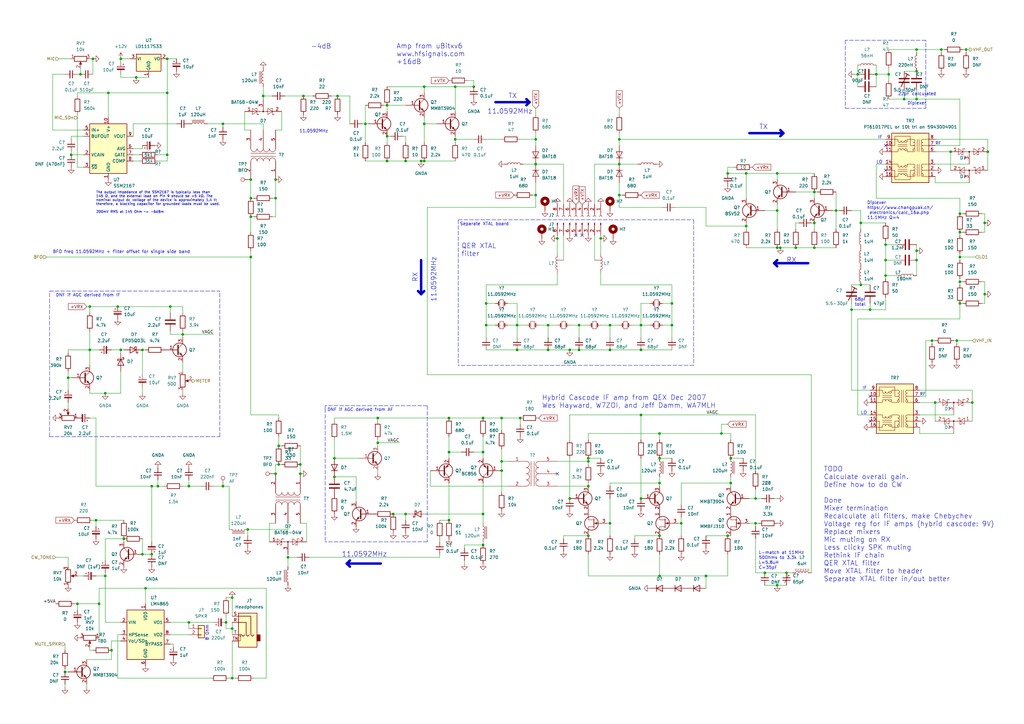
<source format=kicad_sch>
(kicad_sch (version 20211123) (generator eeschema)

  (uuid 0e592cd4-1950-44ef-9727-8e526f4c4e12)

  (paper "A3")

  (title_block
    (title "DART-70 TRX")
    (date "2023-01-22")
    (rev "0")
    (company "HB9EGM")
    (comment 1 "A 4m Band SSB/CW Transceiver")
  )

  

  (junction (at 68.58 24.13) (diameter 0) (color 0 0 0 0)
    (uuid 007433ed-6d80-48ba-9527-0a8470b6050a)
  )
  (junction (at 186.69 57.15) (diameter 0) (color 0 0 0 0)
    (uuid 0079a40d-5664-4eb5-a4a1-35e197c9e578)
  )
  (junction (at 172.72 66.04) (diameter 0) (color 0 0 0 0)
    (uuid 027f19f3-a3d5-4daa-a96e-c5d9a71c1df8)
  )
  (junction (at 158.75 55.88) (diameter 0) (color 0 0 0 0)
    (uuid 02d8bab6-e62a-43d8-ae0a-47eb8be52f66)
  )
  (junction (at 58.42 143.51) (diameter 0) (color 0 0 0 0)
    (uuid 059f4155-bed3-4fb2-9baa-d569f31b7e5d)
  )
  (junction (at 320.04 101.6) (diameter 0) (color 0 0 0 0)
    (uuid 076a6a07-11fa-4191-a538-035a47a6b026)
  )
  (junction (at 199.39 124.46) (diameter 0) (color 0 0 0 0)
    (uuid 08e3fbcd-b24c-43b5-a2a5-3ed606084464)
  )
  (junction (at 95.25 245.11) (diameter 0) (color 0 0 0 0)
    (uuid 0964d962-846f-4609-b657-83d8fae25141)
  )
  (junction (at 375.92 20.32) (diameter 0) (color 0 0 0 0)
    (uuid 0e0e432b-78ea-4677-9624-cfa175a66f05)
  )
  (junction (at 262.89 143.51) (diameter 0) (color 0 0 0 0)
    (uuid 0e565d2a-00bb-4f20-8e2e-0f824e8d2762)
  )
  (junction (at 356.87 127) (diameter 0) (color 0 0 0 0)
    (uuid 0e79f50c-6749-4775-a4f9-1113788b2e6b)
  )
  (junction (at 241.3 189.23) (diameter 0) (color 0 0 0 0)
    (uuid 0f8367d0-e4ea-40ae-8dac-4e16d60a532f)
  )
  (junction (at 298.45 71.12) (diameter 0) (color 0 0 0 0)
    (uuid 1012b60c-7995-4cf6-a029-e4cda1fc26a4)
  )
  (junction (at 318.77 240.03) (diameter 0) (color 0 0 0 0)
    (uuid 173f5655-a774-48b9-985b-3b9523888334)
  )
  (junction (at 39.37 213.36) (diameter 0) (color 0 0 0 0)
    (uuid 1761eacf-5516-4f80-af22-ca5c2f3d7629)
  )
  (junction (at 173.99 50.8) (diameter 0) (color 0 0 0 0)
    (uuid 17a2367e-a2ff-4b57-83ee-9ab25894ec97)
  )
  (junction (at 68.58 38.1) (diameter 0) (color 0 0 0 0)
    (uuid 18381db9-5d7f-4848-9a07-251ba865a202)
  )
  (junction (at 48.26 125.73) (diameter 0) (color 0 0 0 0)
    (uuid 1843d2c0-629c-44e7-8460-03ced60a2111)
  )
  (junction (at 334.01 101.6) (diameter 0) (color 0 0 0 0)
    (uuid 1938c685-27ac-44a9-aab4-2c6ed50b8ec7)
  )
  (junction (at 295.91 177.8) (diameter 0) (color 0 0 0 0)
    (uuid 1a164a1f-45a6-43b7-9b64-349463c23d37)
  )
  (junction (at 166.37 210.82) (diameter 0) (color 0 0 0 0)
    (uuid 1c038126-c738-4381-b698-5c33c4341ae8)
  )
  (junction (at 262.89 204.47) (diameter 0) (color 0 0 0 0)
    (uuid 1de51305-582b-4628-8092-75c3cf54eea0)
  )
  (junction (at 113.03 194.31) (diameter 0) (color 0 0 0 0)
    (uuid 1e5b8adc-bfe4-4d62-8fbb-b09ad198c5b6)
  )
  (junction (at 233.68 143.51) (diameter 0) (color 0 0 0 0)
    (uuid 210630ed-a720-499f-8ec9-3630627e1e05)
  )
  (junction (at 194.31 35.56) (diameter 0) (color 0 0 0 0)
    (uuid 222d63d3-68ff-4a04-b7c3-6efd5c4ab9e1)
  )
  (junction (at 389.89 62.23) (diameter 0) (color 0 0 0 0)
    (uuid 223b72c8-191b-4d26-8e73-2beb56cb0a2b)
  )
  (junction (at 298.45 219.71) (diameter 0) (color 0 0 0 0)
    (uuid 22f086a0-4e36-4832-8e1e-3bdb65f5c3f2)
  )
  (junction (at 212.09 143.51) (diameter 0) (color 0 0 0 0)
    (uuid 24fd922c-d488-4d61-b6dc-9d3e359ccc82)
  )
  (junction (at 299.72 187.96) (diameter 0) (color 0 0 0 0)
    (uuid 2583e10f-d237-4b6a-a35d-cff26f964496)
  )
  (junction (at 44.45 38.1) (diameter 0) (color 0 0 0 0)
    (uuid 2792ed93-89db-4e51-99ff-281323e776eb)
  )
  (junction (at 158.75 43.18) (diameter 0) (color 0 0 0 0)
    (uuid 2cd3680a-9e9d-4c97-9125-39c64a75e644)
  )
  (junction (at 270.51 198.12) (diameter 0) (color 0 0 0 0)
    (uuid 2d264e2f-7e31-4a17-86c5-13a68ab3ff7e)
  )
  (junction (at 363.22 106.68) (diameter 0) (color 0 0 0 0)
    (uuid 2fd14c3b-7e81-4330-b4b6-7d3b5d88fd5c)
  )
  (junction (at 393.7 115.57) (diameter 0) (color 0 0 0 0)
    (uuid 2fdc7923-56aa-4f0e-b559-e1b2e79c3c8f)
  )
  (junction (at 322.58 234.95) (diameter 0) (color 0 0 0 0)
    (uuid 3083cab8-f38e-44e4-ad6a-7ad5bf540d1f)
  )
  (junction (at 114.3 190.5) (diameter 0) (color 0 0 0 0)
    (uuid 30a877c2-a2d2-45b6-a8fa-8c4567fd5621)
  )
  (junction (at 382.27 139.7) (diameter 0) (color 0 0 0 0)
    (uuid 30dc039a-a902-4295-a2ea-7a00c6153126)
  )
  (junction (at 318.77 71.12) (diameter 0) (color 0 0 0 0)
    (uuid 315201dd-7991-408a-b65b-aa397fb29cdd)
  )
  (junction (at 38.1 24.13) (diameter 0) (color 0 0 0 0)
    (uuid 335263d3-7e35-4a9c-83c2-cd71d45f0688)
  )
  (junction (at 383.54 165.1) (diameter 0) (color 0 0 0 0)
    (uuid 3365c11b-b4a5-418d-85ee-41028926f18a)
  )
  (junction (at 351.79 30.48) (diameter 0) (color 0 0 0 0)
    (uuid 3b4c9779-bcad-4732-8142-8c3ab8d0419f)
  )
  (junction (at 173.99 35.56) (diameter 0) (color 0 0 0 0)
    (uuid 3bd6009a-f48b-4c66-92de-4d24549b4c7d)
  )
  (junction (at 161.29 210.82) (diameter 0) (color 0 0 0 0)
    (uuid 3bf0f30a-4c02-4011-9e56-5268cd9a18bc)
  )
  (junction (at 198.12 171.45) (diameter 0) (color 0 0 0 0)
    (uuid 3e9deac2-8e86-484c-b76a-a334d0715f66)
  )
  (junction (at 403.86 120.65) (diameter 0) (color 0 0 0 0)
    (uuid 3f6ba890-8616-4e68-b9d0-3d4eacc2e5c7)
  )
  (junction (at 375.92 106.68) (diameter 0) (color 0 0 0 0)
    (uuid 3fcecab3-b47b-4a8c-9fb9-b323af94bc6b)
  )
  (junction (at 173.99 66.04) (diameter 0) (color 0 0 0 0)
    (uuid 43c88063-044a-47b7-b010-f3fb76152eec)
  )
  (junction (at 375.92 102.87) (diameter 0) (color 0 0 0 0)
    (uuid 446196fa-4af3-4fe1-9348-f02489c61276)
  )
  (junction (at 199.39 133.35) (diameter 0) (color 0 0 0 0)
    (uuid 460147d8-e4b6-4910-88e9-07d1ddd6c2df)
  )
  (junction (at 219.71 57.15) (diameter 0) (color 0 0 0 0)
    (uuid 485f8372-6f58-431e-9419-bfc90ad67732)
  )
  (junction (at 364.49 30.48) (diameter 0) (color 0 0 0 0)
    (uuid 4b3ba67b-606d-4750-abb9-54a01fd7bc1a)
  )
  (junction (at 212.09 133.35) (diameter 0) (color 0 0 0 0)
    (uuid 4b982f8b-ca29-4ebf-88fc-8a50b24e0802)
  )
  (junction (at 359.41 30.48) (diameter 0) (color 0 0 0 0)
    (uuid 4bcbab50-174d-4a4b-8660-c13a99f4d953)
  )
  (junction (at 375.92 29.21) (diameter 0) (color 0 0 0 0)
    (uuid 4dbafe87-53e2-4b1b-b9d1-f029995a0c51)
  )
  (junction (at 91.44 50.8) (diameter 0) (color 0 0 0 0)
    (uuid 4f100da6-d6f9-4b77-90f1-fda986c2ed73)
  )
  (junction (at 113.03 81.28) (diameter 0) (color 0 0 0 0)
    (uuid 4f661a6f-98d8-4461-9401-113364b1e3a8)
  )
  (junction (at 184.15 213.36) (diameter 0) (color 0 0 0 0)
    (uuid 510aabe6-d19e-45d2-9ee4-74f6d2e6df89)
  )
  (junction (at 393.7 87.63) (diameter 0) (color 0 0 0 0)
    (uuid 56e3e10b-0165-4e27-9816-f40b5bb7e426)
  )
  (junction (at 45.72 266.7) (diameter 0) (color 0 0 0 0)
    (uuid 583a623a-9287-46cf-a94a-71ec7c67c85f)
  )
  (junction (at 275.59 133.35) (diameter 0) (color 0 0 0 0)
    (uuid 5c4341e3-29f4-4014-ad6b-9b4cb50156a6)
  )
  (junction (at 246.38 97.79) (diameter 0) (color 0 0 0 0)
    (uuid 5d58706a-c013-405c-9112-847886006796)
  )
  (junction (at 262.89 133.35) (diameter 0) (color 0 0 0 0)
    (uuid 5dbda758-e74b-4ccf-ad68-495d537d68ba)
  )
  (junction (at 275.59 124.46) (diameter 0) (color 0 0 0 0)
    (uuid 5fc44bfc-3a32-42f5-89ff-303d655beeb1)
  )
  (junction (at 198.12 223.52) (diameter 0) (color 0 0 0 0)
    (uuid 611c0051-64b3-4ff6-b51a-6ea814324060)
  )
  (junction (at 69.85 125.73) (diameter 0) (color 0 0 0 0)
    (uuid 62ed984b-c070-4de1-bd86-30aeb09fb9cd)
  )
  (junction (at 326.39 101.6) (diameter 0) (color 0 0 0 0)
    (uuid 6333a58f-0905-40bf-8806-a9405483f292)
  )
  (junction (at 138.43 39.37) (diameter 0) (color 0 0 0 0)
    (uuid 67d87795-1d4f-4f21-9afa-f7da30e8b867)
  )
  (junction (at 342.9 86.36) (diameter 0) (color 0 0 0 0)
    (uuid 6bdd7ca9-a767-4e33-bf37-498b319fce63)
  )
  (junction (at 102.87 88.9) (diameter 0) (color 0 0 0 0)
    (uuid 6e61ed05-4ce2-4d6e-b300-e8935e213361)
  )
  (junction (at 62.23 227.33) (diameter 0) (color 0 0 0 0)
    (uuid 707b1436-6255-4e74-ac3c-e365f258d4c7)
  )
  (junction (at 270.51 236.22) (diameter 0) (color 0 0 0 0)
    (uuid 711716b4-cb3c-40a8-915f-7a9cd1c1a345)
  )
  (junction (at 306.07 92.71) (diameter 0) (color 0 0 0 0)
    (uuid 71548298-edf3-48ed-bda9-4f920bb3ffda)
  )
  (junction (at 334.01 91.44) (diameter 0) (color 0 0 0 0)
    (uuid 7203aae8-7ab5-4754-be1f-92fd79bf7883)
  )
  (junction (at 254 57.15) (diameter 0) (color 0 0 0 0)
    (uuid 782fd8fa-9fb0-44b6-bdfd-23367a676327)
  )
  (junction (at 299.72 198.12) (diameter 0) (color 0 0 0 0)
    (uuid 79aa4561-3272-488a-aacc-d24a783bf3fa)
  )
  (junction (at 393.7 105.41) (diameter 0) (color 0 0 0 0)
    (uuid 88658da7-484b-4fb1-bd87-cf0fe9fbbc98)
  )
  (junction (at 318.77 86.36) (diameter 0) (color 0 0 0 0)
    (uuid 897a30bd-82ab-4191-9e1c-88c95eb420c0)
  )
  (junction (at 205.74 171.45) (diameter 0) (color 0 0 0 0)
    (uuid 89924c9d-894c-4783-bb98-91fe4fffc426)
  )
  (junction (at 363.22 100.33) (diameter 0) (color 0 0 0 0)
    (uuid 89a0992d-b4b4-4a98-9018-0c3e3ac7c4ed)
  )
  (junction (at 403.86 91.44) (diameter 0) (color 0 0 0 0)
    (uuid 8a030abd-885a-4b15-b74a-b44dc2b6c7d7)
  )
  (junction (at 334.01 78.74) (diameter 0) (color 0 0 0 0)
    (uuid 8cad30c6-cd21-4b04-8aa8-5dfd9876668a)
  )
  (junction (at 370.84 40.64) (diameter 0) (color 0 0 0 0)
    (uuid 8d45f61e-b48a-4d9a-9705-81179d1cee29)
  )
  (junction (at 92.71 255.27) (diameter 0) (color 0 0 0 0)
    (uuid 8d612602-5cc8-45dd-a943-2a29be4b9ede)
  )
  (junction (at 102.87 81.28) (diameter 0) (color 0 0 0 0)
    (uuid 8edc9989-feda-4190-96e8-8ba0ca953891)
  )
  (junction (at 43.18 236.22) (diameter 0) (color 0 0 0 0)
    (uuid 8f57152a-781e-4e8e-b36c-e81f9a864e3b)
  )
  (junction (at 49.53 24.13) (diameter 0) (color 0 0 0 0)
    (uuid 8fd35ceb-d608-4169-ae56-e892681304a9)
  )
  (junction (at 250.19 214.63) (diameter 0) (color 0 0 0 0)
    (uuid 91049a94-ccf8-463e-ab05-8a76a56be653)
  )
  (junction (at 309.88 214.63) (diameter 0) (color 0 0 0 0)
    (uuid 9134413a-edf3-40ce-9ec2-93a536746842)
  )
  (junction (at 205.74 189.23) (diameter 0) (color 0 0 0 0)
    (uuid 94a7e072-a853-4895-a974-0e863ac9edc2)
  )
  (junction (at 113.03 73.66) (diameter 0) (color 0 0 0 0)
    (uuid 9501ad82-8c5c-4bd6-a4e5-d738b7099508)
  )
  (junction (at 224.79 133.35) (diameter 0) (color 0 0 0 0)
    (uuid 9666bb6a-0c1d-4c92-be6d-94a465ec5c51)
  )
  (junction (at 64.77 199.39) (diameter 0) (color 0 0 0 0)
    (uuid 97e09b83-0572-4634-8ce7-0a86f1339fd8)
  )
  (junction (at 107.95 39.37) (diameter 0) (color 0 0 0 0)
    (uuid 983034d1-18ea-4dac-8753-9630cc5e0592)
  )
  (junction (at 386.08 20.32) (diameter 0) (color 0 0 0 0)
    (uuid 9873db56-1f37-4fe2-98ad-60e4c87af40c)
  )
  (junction (at 95.25 257.81) (diameter 0) (color 0 0 0 0)
    (uuid 98a1742d-cc82-4a66-87b4-845a0462a9e4)
  )
  (junction (at 270.51 177.8) (diameter 0) (color 0 0 0 0)
    (uuid 994aaeb0-a945-4297-8f22-64b15ec2470b)
  )
  (junction (at 254 80.01) (diameter 0) (color 0 0 0 0)
    (uuid 99c68e22-79ac-4df3-82ed-69d5274feb54)
  )
  (junction (at 363.22 113.03) (diameter 0) (color 0 0 0 0)
    (uuid 9a438e91-12f1-4003-9587-51635f0ae695)
  )
  (junction (at 219.71 80.01) (diameter 0) (color 0 0 0 0)
    (uuid 9cae7022-94ae-4784-b773-30ffde5822a7)
  )
  (junction (at 102.87 73.66) (diameter 0) (color 0 0 0 0)
    (uuid 9d0f1857-3b05-4e01-b461-94289f64ce4a)
  )
  (junction (at 123.19 194.31) (diameter 0) (color 0 0 0 0)
    (uuid 9d1032f1-04b7-4a45-a406-c5f306a5a4a3)
  )
  (junction (at 393.7 95.25) (diameter 0) (color 0 0 0 0)
    (uuid a4615cb6-40e1-4e6b-aa44-484a7357f4a4)
  )
  (junction (at 198.12 185.42) (diameter 0) (color 0 0 0 0)
    (uuid a4ec02e9-e140-4dcc-958f-47f7624526cb)
  )
  (junction (at 36.83 125.73) (diameter 0) (color 0 0 0 0)
    (uuid a65cad0c-0ef1-4ea5-a965-4eae7ac1f6af)
  )
  (junction (at 31.75 247.65) (diameter 0) (color 0 0 0 0)
    (uuid a69f72c8-ce0f-4293-bf44-c6832495c836)
  )
  (junction (at 77.47 199.39) (diameter 0) (color 0 0 0 0)
    (uuid a7cad282-51c3-4f24-be5e-311c2c5e959b)
  )
  (junction (at 26.67 275.59) (diameter 0) (color 0 0 0 0)
    (uuid a81b6768-8ab7-4398-923e-af4751f24292)
  )
  (junction (at 137.16 195.58) (diameter 0) (color 0 0 0 0)
    (uuid a8675aa5-24f4-4a65-9564-259800e24a61)
  )
  (junction (at 228.6 97.79) (diameter 0) (color 0 0 0 0)
    (uuid aa537d78-628c-458e-8a08-c2dae82aca82)
  )
  (junction (at 318.77 101.6) (diameter 0) (color 0 0 0 0)
    (uuid aad5fe2f-2964-4c2f-90b5-8ec10e02fb70)
  )
  (junction (at 158.75 66.04) (diameter 0) (color 0 0 0 0)
    (uuid ab5a5163-9113-4726-bc7a-7e25f5bcb137)
  )
  (junction (at 27.94 154.94) (diameter 0) (color 0 0 0 0)
    (uuid ac0e5582-f44c-4bc2-8ae7-2c3f1115fb00)
  )
  (junction (at 33.02 30.48) (diameter 0) (color 0 0 0 0)
    (uuid ad2d033c-4040-4813-b5da-82cf827f9d86)
  )
  (junction (at 237.49 133.35) (diameter 0) (color 0 0 0 0)
    (uuid ad485fa9-ca4c-467a-b6d9-302ae2ec4eaa)
  )
  (junction (at 91.44 199.39) (diameter 0) (color 0 0 0 0)
    (uuid ae4c18cc-90ed-4d31-b27a-ee22bf49a14e)
  )
  (junction (at 237.49 143.51) (diameter 0) (color 0 0 0 0)
    (uuid aed41e50-066a-4d5d-9b35-33c86a58f817)
  )
  (junction (at 309.88 204.47) (diameter 0) (color 0 0 0 0)
    (uuid b046cbfe-7bd9-4ac8-9c60-a84b90a07076)
  )
  (junction (at 198.12 210.82) (diameter 0) (color 0 0 0 0)
    (uuid b0bd599f-5320-4de4-9844-b1248597f45d)
  )
  (junction (at 59.69 241.3) (diameter 0) (color 0 0 0 0)
    (uuid b2c93e47-1b35-4bce-b217-c95c59af9fea)
  )
  (junction (at 102.87 105.41) (diameter 0) (color 0 0 0 0)
    (uuid b2fc5a98-a9c8-4ffb-bf05-9a95788a6f6e)
  )
  (junction (at 154.94 181.61) (diameter 0) (color 0 0 0 0)
    (uuid b52e2ac1-1ad4-4299-a3b7-5950aeda9b09)
  )
  (junction (at 219.71 67.31) (diameter 0) (color 0 0 0 0)
    (uuid b55942a4-2e67-4c91-a2e2-17d287af1b39)
  )
  (junction (at 58.42 227.33) (diameter 0) (color 0 0 0 0)
    (uuid b67c5032-3958-4f67-8cff-2bc749aa2559)
  )
  (junction (at 68.58 63.5) (diameter 0) (color 0 0 0 0)
    (uuid b6a3e709-356a-4a55-ac00-07ba73afac37)
  )
  (junction (at 313.69 234.95) (diameter 0) (color 0 0 0 0)
    (uuid b7b0b83f-2dad-41a6-8e3b-dd0617021680)
  )
  (junction (at 233.68 204.47) (diameter 0) (color 0 0 0 0)
    (uuid bb8fc86a-138e-468d-a6f3-4d425bea2798)
  )
  (junction (at 241.3 199.39) (diameter 0) (color 0 0 0 0)
    (uuid bcb7b50e-e30b-4748-9ad3-15fd19268fd8)
  )
  (junction (at 270.51 187.96) (diameter 0) (color 0 0 0 0)
    (uuid bdd38f4a-d1f5-49ea-86a0-7074369f7406)
  )
  (junction (at 40.64 247.65) (diameter 0) (color 0 0 0 0)
    (uuid beaa9122-a0f4-4e99-96b3-048878d69672)
  )
  (junction (at 101.6 217.17) (diameter 0) (color 0 0 0 0)
    (uuid bf1cf86a-4cef-455a-b67c-093dbb9970e5)
  )
  (junction (at 95.25 278.13) (diameter 0) (color 0 0 0 0)
    (uuid bff74fb8-2e53-4140-9d30-8bb9b336dda4)
  )
  (junction (at 50.8 220.98) (diameter 0) (color 0 0 0 0)
    (uuid c07980be-125c-4459-be81-f2b8371f5ae2)
  )
  (junction (at 205.74 193.04) (diameter 0) (color 0 0 0 0)
    (uuid c41a688f-80a3-4252-bb37-134631846db3)
  )
  (junction (at 250.19 143.51) (diameter 0) (color 0 0 0 0)
    (uuid c8816f2b-d043-4f02-8988-815e5e7435ee)
  )
  (junction (at 118.11 228.6) (diameter 0) (color 0 0 0 0)
    (uuid c8c4fbfe-4e9c-445d-882a-7f1bac80adc8)
  )
  (junction (at 250.19 133.35) (diameter 0) (color 0 0 0 0)
    (uuid ca2ddb3d-eff7-4148-ac57-d5c14ba8be31)
  )
  (junction (at 55.88 31.75) (diameter 0) (color 0 0 0 0)
    (uuid ca3e4813-ee52-41fc-be54-f33d5d572e76)
  )
  (junction (at 393.7 124.46) (diameter 0) (color 0 0 0 0)
    (uuid ca5a4e59-a0d9-41f3-a4f9-8e9003dc636c)
  )
  (junction (at 241.3 187.96) (diameter 0) (color 0 0 0 0)
    (uuid cf4a7a0f-4b62-4a14-8810-1f9be9bb8bca)
  )
  (junction (at 375.92 40.64) (diameter 0) (color 0 0 0 0)
    (uuid cfd26f0b-c959-40e8-8a7e-48204bb5c64f)
  )
  (junction (at 224.79 143.51) (diameter 0) (color 0 0 0 0)
    (uuid d3e01bdf-5c14-407f-80a1-1d934fc04fab)
  )
  (junction (at 149.86 50.8) (diameter 0) (color 0 0 0 0)
    (uuid d46cfddd-ae59-45a8-a05e-501b77d91351)
  )
  (junction (at 124.46 39.37) (diameter 0) (color 0 0 0 0)
    (uuid d47b6e93-2883-4b61-9107-b49e482eb126)
  )
  (junction (at 270.51 219.71) (diameter 0) (color 0 0 0 0)
    (uuid d5fa5081-044e-4305-8f5d-d2a56bf86d29)
  )
  (junction (at 77.47 255.27) (diameter 0) (color 0 0 0 0)
    (uuid d6fda246-3399-48cd-8a06-99bbdf8c75e4)
  )
  (junction (at 241.3 219.71) (diameter 0) (color 0 0 0 0)
    (uuid d703d54e-2823-4563-98c8-59d8b8b54fec)
  )
  (junction (at 166.37 66.04) (diameter 0) (color 0 0 0 0)
    (uuid d774c163-0e71-4e59-99e8-33a6c910c00d)
  )
  (junction (at 62.23 199.39) (diameter 0) (color 0 0 0 0)
    (uuid d7d4c350-2318-4a09-b921-0a78963f6666)
  )
  (junction (at 254 67.31) (diameter 0) (color 0 0 0 0)
    (uuid d964cb21-9482-4b14-9981-964030a476a5)
  )
  (junction (at 405.13 62.23) (diameter 0) (color 0 0 0 0)
    (uuid daa9b5c5-21a2-4482-b81a-69bb9f749fb7)
  )
  (junction (at 186.69 35.56) (diameter 0) (color 0 0 0 0)
    (uuid dcdfeb28-863e-4a43-ad64-f6e45863b4d7)
  )
  (junction (at 213.36 171.45) (diameter 0) (color 0 0 0 0)
    (uuid ddaaa428-40ee-45ee-a789-6961e25a11bb)
  )
  (junction (at 392.43 139.7) (diameter 0) (color 0 0 0 0)
    (uuid de1eb50d-ef90-4d0d-a112-fc865a422b99)
  )
  (junction (at 289.56 236.22) (diameter 0) (color 0 0 0 0)
    (uuid df231e82-dc0c-49c1-a01b-d2be84591ff3)
  )
  (junction (at 396.24 20.32) (diameter 0) (color 0 0 0 0)
    (uuid e2d27bd1-d4c5-4321-a13b-160cb2d6015d)
  )
  (junction (at 49.53 143.51) (diameter 0) (color 0 0 0 0)
    (uuid e3903eeb-8b72-4b40-a088-cbbba270c01b)
  )
  (junction (at 184.15 171.45) (diameter 0) (color 0 0 0 0)
    (uuid e68e2295-e5ad-41e7-931d-7bf2c40e2981)
  )
  (junction (at 279.4 214.63) (diameter 0) (color 0 0 0 0)
    (uuid e736b041-4756-4726-980f-1b93cf00a2ad)
  )
  (junction (at 74.93 137.16) (diameter 0) (color 0 0 0 0)
    (uuid e8558fbd-ea42-43a6-966a-7bd304bdfaad)
  )
  (junction (at 353.06 91.44) (diameter 0) (color 0 0 0 0)
    (uuid e8822f44-e7ca-47f3-a9bc-951244c889e7)
  )
  (junction (at 36.83 143.51) (diameter 0) (color 0 0 0 0)
    (uuid eac540a2-0555-4530-b9cb-9b037a65c0a7)
  )
  (junction (at 114.3 182.88) (diameter 0) (color 0 0 0 0)
    (uuid eb3c65f0-3082-4c13-98c1-cac8dc7eccac)
  )
  (junction (at 137.16 187.96) (diameter 0) (color 0 0 0 0)
    (uuid ecba702e-9fb5-4bd7-9b08-5197492ec54b)
  )
  (junction (at 349.25 127) (diameter 0) (color 0 0 0 0)
    (uuid ef4c798c-4721-49f1-8016-e362a6672715)
  )
  (junction (at 398.78 165.1) (diameter 0) (color 0 0 0 0)
    (uuid efac21da-3f93-4ae4-bab8-dbdec293c35e)
  )
  (junction (at 306.07 71.12) (diameter 0) (color 0 0 0 0)
    (uuid f02e930f-fe1a-4921-a9df-ee330f41d2bd)
  )
  (junction (at 43.18 161.29) (diameter 0) (color 0 0 0 0)
    (uuid f0f3907b-44e3-4106-9f24-d8ce836b6bb0)
  )
  (junction (at 154.94 171.45) (diameter 0) (color 0 0 0 0)
    (uuid f1a9e2a2-6347-4852-b335-cf8402c433a4)
  )
  (junction (at 353.06 116.84) (diameter 0) (color 0 0 0 0)
    (uuid f22dadd7-4a1b-4449-b981-cbbeced9fbc5)
  )
  (junction (at 184.15 185.42) (diameter 0) (color 0 0 0 0)
    (uuid fb5d1a59-18d1-49ea-b504-10e76cce8897)
  )
  (junction (at 123.19 190.5) (diameter 0) (color 0 0 0 0)
    (uuid fbe71f6a-7e5a-41f1-9e6e-b2e94d49a3bc)
  )
  (junction (at 29.21 63.5) (diameter 0) (color 0 0 0 0)
    (uuid fe2b05f5-675b-44d0-956c-c5829b7c692a)
  )
  (junction (at 262.89 170.18) (diameter 0) (color 0 0 0 0)
    (uuid fe2ce942-d4c5-4b3f-a09e-cda9276450f6)
  )

  (no_connect (at 356.87 172.72) (uuid 112718f1-f222-4c50-a4f0-a42dabd066b7))
  (no_connect (at 236.22 96.52) (uuid 2b99a1e6-5f67-436f-9ed5-38e8bfd4c142))
  (no_connect (at 363.22 69.85) (uuid 36cd8509-4b06-4001-aa2f-00b548cb4477))
  (no_connect (at 363.22 59.69) (uuid 6226f2ac-b9bf-4733-a388-cd49aa6934ae))
  (no_connect (at 356.87 162.56) (uuid 69a2fbd1-0689-4722-b099-d7d4b3a2c805))
  (no_connect (at 228.6 194.31) (uuid afdb3662-3196-4d9d-b0e8-7f416bb5cd4f))
  (no_connect (at 238.76 96.52) (uuid ee08a6c2-528a-478b-9089-08fe9a37ec7e))

  (wire (pts (xy 403.86 87.63) (xy 403.86 91.44))
    (stroke (width 0) (type default) (color 0 0 0 0))
    (uuid 006436ec-9ab2-4589-83be-4667e52db3bf)
  )
  (wire (pts (xy 205.74 171.45) (xy 205.74 176.53))
    (stroke (width 0) (type default) (color 0 0 0 0))
    (uuid 00c27d59-c437-4bee-9cde-cbd48a34e31b)
  )
  (wire (pts (xy 318.77 83.82) (xy 318.77 86.36))
    (stroke (width 0) (type default) (color 0 0 0 0))
    (uuid 00cf6024-5820-4cff-8981-5be2b438caf3)
  )
  (wire (pts (xy 87.63 199.39) (xy 91.44 199.39))
    (stroke (width 0) (type default) (color 0 0 0 0))
    (uuid 0113fe75-9787-49bd-865f-03242ce2a366)
  )
  (wire (pts (xy 219.71 57.15) (xy 219.71 54.61))
    (stroke (width 0) (type default) (color 0 0 0 0))
    (uuid 0125f083-fa2b-4a11-85be-7853b609b001)
  )
  (wire (pts (xy 359.41 30.48) (xy 359.41 35.56))
    (stroke (width 0) (type default) (color 0 0 0 0))
    (uuid 01c67c04-8ed4-481b-b382-ac69e0a55001)
  )
  (wire (pts (xy 68.58 66.04) (xy 64.77 66.04))
    (stroke (width 0) (type default) (color 0 0 0 0))
    (uuid 01caafb3-af8a-4642-870c-c290b286d040)
  )
  (wire (pts (xy 219.71 74.93) (xy 219.71 80.01))
    (stroke (width 0) (type default) (color 0 0 0 0))
    (uuid 01cceb30-c85f-4510-b324-8d17341fc730)
  )
  (wire (pts (xy 166.37 43.18) (xy 158.75 43.18))
    (stroke (width 0) (type default) (color 0 0 0 0))
    (uuid 01f0181c-303d-46c7-ba34-20eee1c48cd1)
  )
  (wire (pts (xy 173.99 50.8) (xy 179.07 50.8))
    (stroke (width 0) (type default) (color 0 0 0 0))
    (uuid 0222c276-ce98-44cf-9ac7-d0d00163570d)
  )
  (wire (pts (xy 190.5 231.14) (xy 190.5 229.87))
    (stroke (width 0) (type default) (color 0 0 0 0))
    (uuid 027fc545-8a42-4646-8424-467711418116)
  )
  (wire (pts (xy 114.3 170.18) (xy 114.3 171.45))
    (stroke (width 0) (type default) (color 0 0 0 0))
    (uuid 0332aa97-cadc-4e7a-b8af-ca59e255597d)
  )
  (wire (pts (xy 173.99 66.04) (xy 186.69 66.04))
    (stroke (width 0) (type default) (color 0 0 0 0))
    (uuid 035d062f-f875-4853-8ca1-a348c3967bb1)
  )
  (wire (pts (xy 113.03 214.63) (xy 110.49 214.63))
    (stroke (width 0) (type default) (color 0 0 0 0))
    (uuid 03b7756f-0559-43eb-b24d-3aefa5a15899)
  )
  (wire (pts (xy 394.97 20.32) (xy 396.24 20.32))
    (stroke (width 0) (type default) (color 0 0 0 0))
    (uuid 03ce6745-00b2-4d2b-bad7-eb9745172859)
  )
  (wire (pts (xy 166.37 210.82) (xy 161.29 210.82))
    (stroke (width 0) (type default) (color 0 0 0 0))
    (uuid 03dd13e2-d89f-47ed-8a2f-ce75e7a97ef3)
  )
  (wire (pts (xy 262.89 133.35) (xy 266.7 133.35))
    (stroke (width 0) (type default) (color 0 0 0 0))
    (uuid 042fe62b-53aa-4e86-97d0-9ccb1e16a895)
  )
  (wire (pts (xy 379.73 139.7) (xy 382.27 139.7))
    (stroke (width 0) (type default) (color 0 0 0 0))
    (uuid 0437af13-5b81-4e18-82d5-0ec28c5d895f)
  )
  (wire (pts (xy 383.54 74.93) (xy 383.54 72.39))
    (stroke (width 0) (type default) (color 0 0 0 0))
    (uuid 047a18ce-9e77-4d7d-a9ce-60b21f671177)
  )
  (wire (pts (xy 31.75 68.58) (xy 34.29 68.58))
    (stroke (width 0) (type default) (color 0 0 0 0))
    (uuid 04868f85-bc69-4fa9-8e62-d78ffe5ae58e)
  )
  (wire (pts (xy 38.1 266.7) (xy 36.83 266.7))
    (stroke (width 0) (type default) (color 0 0 0 0))
    (uuid 049bc167-7861-4f83-a9e9-3c707dd00017)
  )
  (wire (pts (xy 396.24 20.32) (xy 397.51 20.32))
    (stroke (width 0) (type default) (color 0 0 0 0))
    (uuid 04ef368b-f4e9-48da-956c-ee93cb3d01e8)
  )
  (wire (pts (xy 363.22 106.68) (xy 363.22 113.03))
    (stroke (width 0) (type default) (color 0 0 0 0))
    (uuid 05ddadd4-94df-4d6a-b500-ff320675ba33)
  )
  (wire (pts (xy 241.3 227.33) (xy 241.3 236.22))
    (stroke (width 0) (type default) (color 0 0 0 0))
    (uuid 066671d9-1fdf-4a05-a7e7-cadb7d44b89f)
  )
  (wire (pts (xy 356.87 124.46) (xy 356.87 127))
    (stroke (width 0) (type default) (color 0 0 0 0))
    (uuid 06fedb5b-65dd-4aa0-9e2d-b04e5a505f26)
  )
  (wire (pts (xy 208.28 124.46) (xy 212.09 124.46))
    (stroke (width 0) (type default) (color 0 0 0 0))
    (uuid 082d865b-0a4e-49c3-b18b-be47fd4a465a)
  )
  (wire (pts (xy 382.27 139.7) (xy 383.54 139.7))
    (stroke (width 0) (type default) (color 0 0 0 0))
    (uuid 0830aef1-c986-42f8-ba6a-a3fcacbf0210)
  )
  (wire (pts (xy 309.88 234.95) (xy 309.88 220.98))
    (stroke (width 0) (type default) (color 0 0 0 0))
    (uuid 08c8f1b4-737d-438b-967e-a77cce3833c0)
  )
  (wire (pts (xy 58.42 143.51) (xy 58.42 153.67))
    (stroke (width 0) (type default) (color 0 0 0 0))
    (uuid 09321bf4-1ea1-49b5-b1f9-ac29d6606a74)
  )
  (wire (pts (xy 173.99 35.56) (xy 186.69 35.56))
    (stroke (width 0) (type default) (color 0 0 0 0))
    (uuid 0943dfff-08fd-4176-a97a-8e271f47b148)
  )
  (wire (pts (xy 393.7 105.41) (xy 393.7 104.14))
    (stroke (width 0) (type default) (color 0 0 0 0))
    (uuid 09aa0d32-f4dc-42fd-a756-e1229737bd34)
  )
  (wire (pts (xy 289.56 236.22) (xy 289.56 241.3))
    (stroke (width 0) (type default) (color 0 0 0 0))
    (uuid 0a0c053c-54e0-4f14-b909-036d0c5fbf08)
  )
  (wire (pts (xy 158.75 43.18) (xy 158.75 45.72))
    (stroke (width 0) (type default) (color 0 0 0 0))
    (uuid 0a80373e-7854-41a7-8441-30fd81967887)
  )
  (wire (pts (xy 254 74.93) (xy 254 80.01))
    (stroke (width 0) (type default) (color 0 0 0 0))
    (uuid 0a9f993d-d83a-4cdc-bae3-0f40dd545220)
  )
  (wire (pts (xy 279.4 198.12) (xy 299.72 198.12))
    (stroke (width 0) (type default) (color 0 0 0 0))
    (uuid 0b5e9f79-a50b-4078-b2be-eff1d45ab7fc)
  )
  (wire (pts (xy 219.71 80.01) (xy 219.71 85.09))
    (stroke (width 0) (type default) (color 0 0 0 0))
    (uuid 0c3bb475-57a3-4465-801b-1823c9a733cc)
  )
  (wire (pts (xy 309.88 234.95) (xy 313.69 234.95))
    (stroke (width 0) (type default) (color 0 0 0 0))
    (uuid 0dc79dd3-c584-4173-b914-e6a8bcd18e45)
  )
  (wire (pts (xy 36.83 135.89) (xy 36.83 143.51))
    (stroke (width 0) (type default) (color 0 0 0 0))
    (uuid 0e1c6bbc-4cc4-4ce9-b48a-8292bb286da8)
  )
  (wire (pts (xy 246.38 97.79) (xy 246.38 96.52))
    (stroke (width 0) (type default) (color 0 0 0 0))
    (uuid 0f4b5c7f-79aa-4c46-b222-58e7e288b195)
  )
  (wire (pts (xy 33.02 27.94) (xy 33.02 30.48))
    (stroke (width 0) (type default) (color 0 0 0 0))
    (uuid 100847e3-630c-4c13-ba45-180e92370805)
  )
  (wire (pts (xy 318.77 71.12) (xy 318.77 73.66))
    (stroke (width 0) (type default) (color 0 0 0 0))
    (uuid 10ef0d40-b427-4fac-bff7-e8ca2d279fd2)
  )
  (wire (pts (xy 166.37 66.04) (xy 172.72 66.04))
    (stroke (width 0) (type default) (color 0 0 0 0))
    (uuid 11ac1ac8-72b6-43ed-915e-50f87561daf8)
  )
  (wire (pts (xy 107.95 50.8) (xy 91.44 50.8))
    (stroke (width 0) (type default) (color 0 0 0 0))
    (uuid 12340fb8-cd9c-4069-beec-13d4d2ea0d99)
  )
  (polyline (pts (xy 307.34 54.61) (xy 321.31 54.61))
    (stroke (width 1) (type solid) (color 0 0 0 0))
    (uuid 1281d63b-9c8c-4454-9b2d-0bbbc27e2ae7)
  )

  (wire (pts (xy 44.45 38.1) (xy 68.58 38.1))
    (stroke (width 0) (type default) (color 0 0 0 0))
    (uuid 12e17856-cd8c-41a8-bb2e-9faca10b0973)
  )
  (wire (pts (xy 393.7 130.81) (xy 351.79 130.81))
    (stroke (width 0) (type default) (color 0 0 0 0))
    (uuid 15352954-5a6d-4167-94e3-a8475b279783)
  )
  (wire (pts (xy 43.18 234.95) (xy 43.18 236.22))
    (stroke (width 0) (type default) (color 0 0 0 0))
    (uuid 15e1025c-faeb-49ff-aaa3-6ba9acaabd98)
  )
  (wire (pts (xy 137.16 172.72) (xy 137.16 171.45))
    (stroke (width 0) (type default) (color 0 0 0 0))
    (uuid 1606d99f-0508-4f2e-b63b-47e62c4312ee)
  )
  (wire (pts (xy 386.08 21.59) (xy 386.08 20.32))
    (stroke (width 0) (type default) (color 0 0 0 0))
    (uuid 16070e3c-2cc9-4d09-bef3-8ceccb63947e)
  )
  (wire (pts (xy 36.83 125.73) (xy 36.83 128.27))
    (stroke (width 0) (type default) (color 0 0 0 0))
    (uuid 16aa2316-1a67-45e5-b6c4-e59dd85814f4)
  )
  (wire (pts (xy 334.01 71.12) (xy 318.77 71.12))
    (stroke (width 0) (type default) (color 0 0 0 0))
    (uuid 16b8184d-4364-4664-b33c-1e355c0b0e6c)
  )
  (wire (pts (xy 298.45 68.58) (xy 298.45 71.12))
    (stroke (width 0) (type default) (color 0 0 0 0))
    (uuid 171c47c2-e63c-45a5-b02c-078b78214786)
  )
  (wire (pts (xy 115.57 182.88) (xy 114.3 182.88))
    (stroke (width 0) (type default) (color 0 0 0 0))
    (uuid 17c93850-5ebd-4f0d-b8eb-52bf14b01af4)
  )
  (wire (pts (xy 186.69 35.56) (xy 194.31 35.56))
    (stroke (width 0) (type default) (color 0 0 0 0))
    (uuid 18723066-b973-43bf-8bbf-4c210121a928)
  )
  (wire (pts (xy 334.01 78.74) (xy 334.01 81.28))
    (stroke (width 0) (type default) (color 0 0 0 0))
    (uuid 189610aa-2967-4418-8b8b-b36bdf6bc60b)
  )
  (wire (pts (xy 375.92 100.33) (xy 375.92 102.87))
    (stroke (width 0) (type default) (color 0 0 0 0))
    (uuid 19028db1-670b-4d84-9d20-5aa2f8585dd7)
  )
  (wire (pts (xy 342.9 101.6) (xy 334.01 101.6))
    (stroke (width 0) (type default) (color 0 0 0 0))
    (uuid 1966977a-39df-4890-91de-0e8ae767b0a0)
  )
  (wire (pts (xy 186.69 57.15) (xy 194.31 57.15))
    (stroke (width 0) (type default) (color 0 0 0 0))
    (uuid 19a56892-f9d5-4508-ab75-59721c555275)
  )
  (wire (pts (xy 26.67 281.94) (xy 26.67 280.67))
    (stroke (width 0) (type default) (color 0 0 0 0))
    (uuid 1a85ffd6-ef8b-418f-990e-456d1ffab00e)
  )
  (wire (pts (xy 326.39 101.6) (xy 320.04 101.6))
    (stroke (width 0) (type default) (color 0 0 0 0))
    (uuid 1a86e987-6d08-4b7a-b2e3-f89b9863e895)
  )
  (wire (pts (xy 146.05 195.58) (xy 146.05 205.74))
    (stroke (width 0) (type default) (color 0 0 0 0))
    (uuid 1a9613ab-fb34-4a02-8365-aadaa421dfaf)
  )
  (wire (pts (xy 27.94 143.51) (xy 36.83 143.51))
    (stroke (width 0) (type default) (color 0 0 0 0))
    (uuid 1a9f0d73-6986-450b-8da5-dca8d718cd0d)
  )
  (wire (pts (xy 375.92 20.32) (xy 386.08 20.32))
    (stroke (width 0) (type default) (color 0 0 0 0))
    (uuid 1b89864d-e042-4259-99ab-c96136a33a11)
  )
  (wire (pts (xy 359.41 67.31) (xy 359.41 81.28))
    (stroke (width 0) (type default) (color 0 0 0 0))
    (uuid 1c0378fb-8fa4-4942-8a64-86b9252ef636)
  )
  (wire (pts (xy 262.89 143.51) (xy 275.59 143.51))
    (stroke (width 0) (type default) (color 0 0 0 0))
    (uuid 1d8cbdb8-b0d5-4f06-84c8-05770b7e9555)
  )
  (wire (pts (xy 219.71 59.69) (xy 219.71 57.15))
    (stroke (width 0) (type default) (color 0 0 0 0))
    (uuid 1dbe419a-f71e-4ab5-9a49-e58e75747fdf)
  )
  (wire (pts (xy 118.11 217.17) (xy 101.6 217.17))
    (stroke (width 0) (type default) (color 0 0 0 0))
    (uuid 1dc9a7fa-415c-4243-97fb-46b0d627e89d)
  )
  (wire (pts (xy 137.16 171.45) (xy 154.94 171.45))
    (stroke (width 0) (type default) (color 0 0 0 0))
    (uuid 1ddbded3-4d65-49ba-8123-18c72e4b7f4a)
  )
  (wire (pts (xy 363.22 113.03) (xy 363.22 114.3))
    (stroke (width 0) (type default) (color 0 0 0 0))
    (uuid 1e2c0cdd-08a6-4586-b370-3ffc74205845)
  )
  (wire (pts (xy 158.75 66.04) (xy 166.37 66.04))
    (stroke (width 0) (type default) (color 0 0 0 0))
    (uuid 1f1052c4-d15a-450f-8bb0-3cc3f3592607)
  )
  (wire (pts (xy 250.19 204.47) (xy 250.19 214.63))
    (stroke (width 0) (type default) (color 0 0 0 0))
    (uuid 1f1c22b1-15a3-4e28-88a5-25ba2fbef197)
  )
  (wire (pts (xy 212.09 124.46) (xy 212.09 133.35))
    (stroke (width 0) (type default) (color 0 0 0 0))
    (uuid 1fd73780-e017-4e2c-9674-56cb6f09dc2d)
  )
  (wire (pts (xy 246.38 116.84) (xy 275.59 116.84))
    (stroke (width 0) (type default) (color 0 0 0 0))
    (uuid 2163a967-be2d-4344-a94d-f1b8da3dc3a3)
  )
  (wire (pts (xy 405.13 57.15) (xy 405.13 62.23))
    (stroke (width 0) (type default) (color 0 0 0 0))
    (uuid 2171e051-2b1c-4df3-9987-bb0d428437aa)
  )
  (wire (pts (xy 53.34 24.13) (xy 49.53 24.13))
    (stroke (width 0) (type default) (color 0 0 0 0))
    (uuid 219ed590-c887-4a37-b8cf-2c9225c6d07e)
  )
  (wire (pts (xy 69.85 135.89) (xy 69.85 137.16))
    (stroke (width 0) (type default) (color 0 0 0 0))
    (uuid 22591446-6d82-47ac-b525-9e9deb496c8c)
  )
  (wire (pts (xy 26.67 264.16) (xy 26.67 266.7))
    (stroke (width 0) (type default) (color 0 0 0 0))
    (uuid 226f524c-89b4-46ed-86fd-c8ea41059fd4)
  )
  (wire (pts (xy 137.16 180.34) (xy 137.16 187.96))
    (stroke (width 0) (type default) (color 0 0 0 0))
    (uuid 231e5ae4-1791-4485-9a32-a64456488009)
  )
  (wire (pts (xy 111.76 88.9) (xy 113.03 88.9))
    (stroke (width 0) (type default) (color 0 0 0 0))
    (uuid 233c88a4-9a5e-42af-96fb-5079a0c4ddfe)
  )
  (wire (pts (xy 241.3 189.23) (xy 241.3 187.96))
    (stroke (width 0) (type default) (color 0 0 0 0))
    (uuid 25347fbb-8744-4d15-9949-de9866144f81)
  )
  (wire (pts (xy 270.51 177.8) (xy 241.3 177.8))
    (stroke (width 0) (type default) (color 0 0 0 0))
    (uuid 2556849b-244d-40cf-86de-101d00a3273d)
  )
  (wire (pts (xy 275.59 187.96) (xy 270.51 187.96))
    (stroke (width 0) (type default) (color 0 0 0 0))
    (uuid 25b40549-5004-4a9f-8c83-45a4561f2c44)
  )
  (wire (pts (xy 39.37 213.36) (xy 50.8 213.36))
    (stroke (width 0) (type default) (color 0 0 0 0))
    (uuid 268a679e-e023-47f5-8a31-2516b1c23479)
  )
  (wire (pts (xy 295.91 173.99) (xy 295.91 177.8))
    (stroke (width 0) (type default) (color 0 0 0 0))
    (uuid 27937394-9bb7-48f6-a154-02c32eca1c67)
  )
  (wire (pts (xy 342.9 78.74) (xy 342.9 86.36))
    (stroke (width 0) (type default) (color 0 0 0 0))
    (uuid 2812f45e-ebd6-42bd-b5eb-ed95214eca8f)
  )
  (wire (pts (xy 198.12 198.12) (xy 198.12 210.82))
    (stroke (width 0) (type default) (color 0 0 0 0))
    (uuid 287f053d-d517-4f77-a833-8d255e7a9f3f)
  )
  (wire (pts (xy 31.75 247.65) (xy 40.64 247.65))
    (stroke (width 0) (type default) (color 0 0 0 0))
    (uuid 29b8b23a-e7ee-4dc9-92e7-c3cadb119379)
  )
  (wire (pts (xy 335.28 78.74) (xy 334.01 78.74))
    (stroke (width 0) (type default) (color 0 0 0 0))
    (uuid 2a3e52a2-02c1-4de1-bbee-f4f094c5cf5c)
  )
  (wire (pts (xy 205.74 189.23) (xy 205.74 193.04))
    (stroke (width 0) (type default) (color 0 0 0 0))
    (uuid 2a63233b-a7a2-4c59-82c8-58a12efecada)
  )
  (wire (pts (xy 250.19 214.63) (xy 248.92 214.63))
    (stroke (width 0) (type default) (color 0 0 0 0))
    (uuid 2afd810b-02fc-4ddc-b23c-b8689ad0ab1d)
  )
  (wire (pts (xy 34.29 55.88) (xy 29.21 55.88))
    (stroke (width 0) (type default) (color 0 0 0 0))
    (uuid 2b878984-ad62-40d5-87be-d30f465ae2b3)
  )
  (wire (pts (xy 74.93 152.4) (xy 74.93 148.59))
    (stroke (width 0) (type default) (color 0 0 0 0))
    (uuid 2b894b8a-c098-4d9d-be0f-2ef41dea274e)
  )
  (wire (pts (xy 266.7 124.46) (xy 262.89 124.46))
    (stroke (width 0) (type default) (color 0 0 0 0))
    (uuid 2ba6a5e2-be81-4fda-a558-a7c1489b8584)
  )
  (wire (pts (xy 228.6 97.79) (xy 228.6 104.14))
    (stroke (width 0) (type default) (color 0 0 0 0))
    (uuid 2bb91631-ebd1-41f4-8f02-7d20cea9a1ea)
  )
  (wire (pts (xy 118.11 228.6) (xy 118.11 227.33))
    (stroke (width 0) (type default) (color 0 0 0 0))
    (uuid 2bc9d2d9-93de-4c12-bc6b-86b8c29f0aa6)
  )
  (wire (pts (xy 349.25 160.02) (xy 349.25 127))
    (stroke (width 0) (type default) (color 0 0 0 0))
    (uuid 2dcb67f4-c872-4b2a-956a-523605159edb)
  )
  (wire (pts (xy 128.27 39.37) (xy 124.46 39.37))
    (stroke (width 0) (type default) (color 0 0 0 0))
    (uuid 2e63a8de-ed51-4777-8337-472b5b4f8240)
  )
  (wire (pts (xy 275.59 138.43) (xy 275.59 133.35))
    (stroke (width 0) (type default) (color 0 0 0 0))
    (uuid 2e6b1f7e-e4c3-43a1-ae90-c85aa40696d5)
  )
  (wire (pts (xy 259.08 133.35) (xy 262.89 133.35))
    (stroke (width 0) (type default) (color 0 0 0 0))
    (uuid 2ec9be40-1d5a-4e2d-8a4d-4be2d3c079d5)
  )
  (wire (pts (xy 353.06 86.36) (xy 353.06 91.44))
    (stroke (width 0) (type default) (color 0 0 0 0))
    (uuid 2f3f2305-6e67-4103-9727-21f03965c347)
  )
  (wire (pts (xy 214.63 67.31) (xy 219.71 67.31))
    (stroke (width 0) (type default) (color 0 0 0 0))
    (uuid 3026ca22-9079-411a-bec8-e95daa0137af)
  )
  (wire (pts (xy 125.73 214.63) (xy 123.19 214.63))
    (stroke (width 0) (type default) (color 0 0 0 0))
    (uuid 307b7b86-dfcd-43e5-adae-a42ec65f9c2c)
  )
  (wire (pts (xy 241.3 190.5) (xy 241.3 189.23))
    (stroke (width 0) (type default) (color 0 0 0 0))
    (uuid 31405bcc-b3b5-4799-beda-e88762b1ff65)
  )
  (wire (pts (xy 241.3 236.22) (xy 270.51 236.22))
    (stroke (width 0) (type default) (color 0 0 0 0))
    (uuid 314a73cd-4340-4691-9097-14e559730536)
  )
  (wire (pts (xy 233.68 170.18) (xy 233.68 180.34))
    (stroke (width 0) (type default) (color 0 0 0 0))
    (uuid 3276e29e-f986-4a1b-866c-9d3cbd2e5d3d)
  )
  (wire (pts (xy 186.69 45.72) (xy 186.69 35.56))
    (stroke (width 0) (type default) (color 0 0 0 0))
    (uuid 32d50c10-a20b-414f-afaf-7821cceaf33a)
  )
  (wire (pts (xy 26.67 274.32) (xy 26.67 275.59))
    (stroke (width 0) (type default) (color 0 0 0 0))
    (uuid 33891c62-a79f-4243-b776-6be292690ac3)
  )
  (wire (pts (xy 26.67 30.48) (xy 21.59 30.48))
    (stroke (width 0) (type default) (color 0 0 0 0))
    (uuid 33b48673-c959-4510-b6fa-fd3f7bdb00fd)
  )
  (wire (pts (xy 64.77 63.5) (xy 68.58 63.5))
    (stroke (width 0) (type default) (color 0 0 0 0))
    (uuid 33b6dbe8-d555-4f35-a63c-27c75fa09ca7)
  )
  (wire (pts (xy 118.11 214.63) (xy 118.11 217.17))
    (stroke (width 0) (type default) (color 0 0 0 0))
    (uuid 33b8f01e-acf2-48c5-adde-e838f3dfad6d)
  )
  (wire (pts (xy 172.72 66.04) (xy 173.99 66.04))
    (stroke (width 0) (type default) (color 0 0 0 0))
    (uuid 341e0f4b-92fa-44cf-9e72-3a5fc025563e)
  )
  (wire (pts (xy 377.19 177.8) (xy 377.19 175.26))
    (stroke (width 0) (type default) (color 0 0 0 0))
    (uuid 34971b89-a71c-4b1e-9611-7fffde0ef9c4)
  )
  (wire (pts (xy 212.09 138.43) (xy 212.09 133.35))
    (stroke (width 0) (type default) (color 0 0 0 0))
    (uuid 35343f32-90ff-4059-a108-111fb444c3d2)
  )
  (wire (pts (xy 394.97 124.46) (xy 393.7 124.46))
    (stroke (width 0) (type default) (color 0 0 0 0))
    (uuid 3586fadc-dfb0-445d-9e9e-609ee49ba8a3)
  )
  (wire (pts (xy 27.94 160.02) (xy 27.94 154.94))
    (stroke (width 0) (type default) (color 0 0 0 0))
    (uuid 35e60fa0-27cf-4d0e-8bab-b364400c08c0)
  )
  (wire (pts (xy 123.19 194.31) (xy 123.19 190.5))
    (stroke (width 0) (type default) (color 0 0 0 0))
    (uuid 362da67e-2cbf-4626-b5c1-6c5ba9fb75f9)
  )
  (wire (pts (xy 208.28 189.23) (xy 205.74 189.23))
    (stroke (width 0) (type default) (color 0 0 0 0))
    (uuid 364f7692-8fd2-4996-8f00-fec21fff2827)
  )
  (wire (pts (xy 275.59 133.35) (xy 271.78 133.35))
    (stroke (width 0) (type default) (color 0 0 0 0))
    (uuid 36696ac6-2db1-4b52-ae3d-9f3c89d2042f)
  )
  (wire (pts (xy 332.74 153.67) (xy 175.26 153.67))
    (stroke (width 0) (type default) (color 0 0 0 0))
    (uuid 369c2242-d22f-4370-b888-6adc5e444aec)
  )
  (wire (pts (xy 43.18 220.98) (xy 50.8 220.98))
    (stroke (width 0) (type default) (color 0 0 0 0))
    (uuid 37776474-3e55-452d-b61d-56f6c437c0b7)
  )
  (wire (pts (xy 368.3 113.03) (xy 363.22 113.03))
    (stroke (width 0) (type default) (color 0 0 0 0))
    (uuid 37c4ff09-2526-492b-a9f8-7ea7ff67af23)
  )
  (wire (pts (xy 104.14 278.13) (xy 109.22 278.13))
    (stroke (width 0) (type default) (color 0 0 0 0))
    (uuid 37f9ff9e-4ac0-495a-8616-d843451c132e)
  )
  (polyline (pts (xy 20.32 179.07) (xy 20.32 119.38))
    (stroke (width 0) (type default) (color 0 0 0 0))
    (uuid 38a62d51-e863-4b0e-8f07-7e1cafdb4037)
  )

  (wire (pts (xy 45.72 266.7) (xy 45.72 270.51))
    (stroke (width 0) (type default) (color 0 0 0 0))
    (uuid 38adb82f-7c90-4f5f-b4d7-ca79b45cc898)
  )
  (wire (pts (xy 49.53 260.35) (xy 48.26 260.35))
    (stroke (width 0) (type default) (color 0 0 0 0))
    (uuid 38d04039-5d82-48aa-b8b9-bc35b46616f0)
  )
  (wire (pts (xy 198.12 210.82) (xy 175.26 210.82))
    (stroke (width 0) (type default) (color 0 0 0 0))
    (uuid 393131ec-a9a2-4b13-8fa7-5bb85d9e7338)
  )
  (wire (pts (xy 199.39 116.84) (xy 199.39 124.46))
    (stroke (width 0) (type default) (color 0 0 0 0))
    (uuid 3a274653-eff3-4ffe-9be8-2bfd0950af0a)
  )
  (polyline (pts (xy 172.72 120.65) (xy 173.99 119.38))
    (stroke (width 1) (type solid) (color 0 0 0 0))
    (uuid 3a303245-2826-476f-837a-6c776ac8eec5)
  )
  (polyline (pts (xy 317.5 107.95) (xy 318.77 106.68))
    (stroke (width 1) (type default) (color 0 0 0 0))
    (uuid 3ae1ad84-1d31-4d2b-b989-ca9af6058aea)
  )

  (wire (pts (xy 393.7 59.69) (xy 393.7 40.64))
    (stroke (width 0) (type default) (color 0 0 0 0))
    (uuid 3b27dc08-2c00-4501-9b7e-e1fc9c4c1450)
  )
  (wire (pts (xy 237.49 133.35) (xy 241.3 133.35))
    (stroke (width 0) (type default) (color 0 0 0 0))
    (uuid 3c11bba2-1b60-442e-87b9-29fc89c74881)
  )
  (wire (pts (xy 318.77 204.47) (xy 317.5 204.47))
    (stroke (width 0) (type default) (color 0 0 0 0))
    (uuid 3ccaef01-74e6-4115-959d-fbd093047018)
  )
  (wire (pts (xy 85.09 50.8) (xy 91.44 50.8))
    (stroke (width 0) (type default) (color 0 0 0 0))
    (uuid 3d0f8577-6ffa-41a9-8b25-878e6e828efa)
  )
  (wire (pts (xy 213.36 173.99) (xy 213.36 171.45))
    (stroke (width 0) (type default) (color 0 0 0 0))
    (uuid 3d84257e-dfac-4e83-ad7d-92150f9df1d8)
  )
  (wire (pts (xy 344.17 86.36) (xy 342.9 86.36))
    (stroke (width 0) (type default) (color 0 0 0 0))
    (uuid 3d93a3e9-87ac-4a3b-9b9e-a240dd18c534)
  )
  (wire (pts (xy 39.37 199.39) (xy 62.23 199.39))
    (stroke (width 0) (type default) (color 0 0 0 0))
    (uuid 3dac0765-17a2-43b9-bab1-cc5f50ce960f)
  )
  (wire (pts (xy 158.75 55.88) (xy 158.75 58.42))
    (stroke (width 0) (type default) (color 0 0 0 0))
    (uuid 3e47bf3b-545f-417b-95f8-0ce48a2e696b)
  )
  (wire (pts (xy 45.72 143.51) (xy 49.53 143.51))
    (stroke (width 0) (type default) (color 0 0 0 0))
    (uuid 3f206607-332e-4c96-8963-5302804f476f)
  )
  (wire (pts (xy 189.23 185.42) (xy 184.15 185.42))
    (stroke (width 0) (type default) (color 0 0 0 0))
    (uuid 3f2a51a5-354e-4662-86fe-5462c2bd8d58)
  )
  (wire (pts (xy 403.86 115.57) (xy 403.86 120.65))
    (stroke (width 0) (type default) (color 0 0 0 0))
    (uuid 3f89e29b-9d8f-481a-a517-85ca9e00b6c5)
  )
  (wire (pts (xy 31.75 46.99) (xy 31.75 68.58))
    (stroke (width 0) (type default) (color 0 0 0 0))
    (uuid 4102ae0e-3d75-40cd-957b-0b4db5d3f5ee)
  )
  (wire (pts (xy 74.93 161.29) (xy 74.93 160.02))
    (stroke (width 0) (type default) (color 0 0 0 0))
    (uuid 4116bfc2-eab3-4c29-a983-44eacd9f10f5)
  )
  (polyline (pts (xy 172.72 120.65) (xy 171.45 119.38))
    (stroke (width 1) (type default) (color 0 0 0 0))
    (uuid 4163deab-1cd6-41dd-a3a6-4003a316c140)
  )

  (wire (pts (xy 49.53 161.29) (xy 43.18 161.29))
    (stroke (width 0) (type default) (color 0 0 0 0))
    (uuid 4208e41d-1d0a-40b9-bf94-fcbeb6562f9d)
  )
  (wire (pts (xy 241.3 198.12) (xy 241.3 199.39))
    (stroke (width 0) (type default) (color 0 0 0 0))
    (uuid 421e1cc2-36a4-4dea-b009-97c228e970dc)
  )
  (wire (pts (xy 300.99 68.58) (xy 298.45 68.58))
    (stroke (width 0) (type default) (color 0 0 0 0))
    (uuid 42209508-7425-4ef6-9bd3-77e80b4d9abd)
  )
  (wire (pts (xy 270.51 198.12) (xy 270.51 199.39))
    (stroke (width 0) (type default) (color 0 0 0 0))
    (uuid 426d408a-ed40-43b4-b8c5-0e2c5087c1f6)
  )
  (polyline (pts (xy 175.26 166.37) (xy 133.35 166.37))
    (stroke (width 0) (type default) (color 0 0 0 0))
    (uuid 4284f916-8fed-4278-b00c-4c3f313faf80)
  )

  (wire (pts (xy 262.89 170.18) (xy 233.68 170.18))
    (stroke (width 0) (type default) (color 0 0 0 0))
    (uuid 437cfd94-f586-4649-a4a7-54b6265ccf76)
  )
  (wire (pts (xy 393.7 87.63) (xy 394.97 87.63))
    (stroke (width 0) (type default) (color 0 0 0 0))
    (uuid 444b90a0-e12f-4604-8031-264a2e3dcb20)
  )
  (wire (pts (xy 241.3 219.71) (xy 231.14 219.71))
    (stroke (width 0) (type default) (color 0 0 0 0))
    (uuid 44df90bf-029f-4262-a166-22df8e216390)
  )
  (wire (pts (xy 64.77 199.39) (xy 64.77 196.85))
    (stroke (width 0) (type default) (color 0 0 0 0))
    (uuid 44e993be-f2df-4e61-a598-dfd6e106a208)
  )
  (wire (pts (xy 309.88 204.47) (xy 307.34 204.47))
    (stroke (width 0) (type default) (color 0 0 0 0))
    (uuid 454e30d7-bcaa-4ad9-9d06-8047eb4476bc)
  )
  (wire (pts (xy 101.6 217.17) (xy 101.6 219.71))
    (stroke (width 0) (type default) (color 0 0 0 0))
    (uuid 45583653-c1b9-48b1-85eb-b50796173085)
  )
  (polyline (pts (xy 346.71 16.51) (xy 346.71 44.45))
    (stroke (width 0) (type default) (color 0 0 0 0))
    (uuid 461edb23-c1ec-4e0f-871a-a240c1cd3a36)
  )

  (wire (pts (xy 250.19 138.43) (xy 250.19 133.35))
    (stroke (width 0) (type default) (color 0 0 0 0))
    (uuid 462f8e7e-09c6-4676-ba4f-fd07b2868aa8)
  )
  (wire (pts (xy 191.77 33.02) (xy 194.31 33.02))
    (stroke (width 0) (type default) (color 0 0 0 0))
    (uuid 466b5642-6c10-45a7-84e5-76759a53f192)
  )
  (wire (pts (xy 110.49 214.63) (xy 110.49 222.25))
    (stroke (width 0) (type default) (color 0 0 0 0))
    (uuid 46ae2584-1b1d-400b-a946-46158d09b58d)
  )
  (wire (pts (xy 379.73 139.7) (xy 379.73 162.56))
    (stroke (width 0) (type default) (color 0 0 0 0))
    (uuid 46da1e60-4761-4966-96b0-d563aff527c6)
  )
  (wire (pts (xy 255.27 80.01) (xy 254 80.01))
    (stroke (width 0) (type default) (color 0 0 0 0))
    (uuid 479fe35f-e09c-4372-8e15-6784a7e3fd2e)
  )
  (polyline (pts (xy 284.48 90.17) (xy 284.48 149.86))
    (stroke (width 0) (type default) (color 0 0 0 0))
    (uuid 47e3424a-459d-4696-b1ce-e9ec51099a1c)
  )

  (wire (pts (xy 275.59 116.84) (xy 275.59 124.46))
    (stroke (width 0) (type default) (color 0 0 0 0))
    (uuid 47e8fba7-36e4-45b9-a8af-75005a86d254)
  )
  (wire (pts (xy 353.06 116.84) (xy 356.87 116.84))
    (stroke (width 0) (type default) (color 0 0 0 0))
    (uuid 492c5c5d-50ff-4f53-8bfe-dbeae65bd117)
  )
  (wire (pts (xy 231.14 220.98) (xy 231.14 219.71))
    (stroke (width 0) (type default) (color 0 0 0 0))
    (uuid 4931cfe6-a57f-424e-bedb-abc0697ca70b)
  )
  (polyline (pts (xy 142.24 231.14) (xy 143.51 229.87))
    (stroke (width 1) (type default) (color 0 0 0 0))
    (uuid 4a76b230-b78d-4796-9f68-c133f21f299a)
  )

  (wire (pts (xy 149.86 66.04) (xy 158.75 66.04))
    (stroke (width 0) (type default) (color 0 0 0 0))
    (uuid 4c76f766-86d7-4a64-b1aa-c2031c80d4f9)
  )
  (wire (pts (xy 306.07 92.71) (xy 306.07 91.44))
    (stroke (width 0) (type default) (color 0 0 0 0))
    (uuid 4cd21fa0-7b67-47f6-b094-824c04769f7a)
  )
  (wire (pts (xy 43.18 255.27) (xy 49.53 255.27))
    (stroke (width 0) (type default) (color 0 0 0 0))
    (uuid 4ce56cdb-8470-4b42-9ca5-e46d2f98344e)
  )
  (wire (pts (xy 43.18 220.98) (xy 43.18 229.87))
    (stroke (width 0) (type default) (color 0 0 0 0))
    (uuid 4cef478d-ce34-4d8e-8420-37dbcb7ebab2)
  )
  (wire (pts (xy 241.3 180.34) (xy 241.3 177.8))
    (stroke (width 0) (type default) (color 0 0 0 0))
    (uuid 4d49a0aa-f132-4d9a-8008-eb3731d0492a)
  )
  (wire (pts (xy 271.78 124.46) (xy 275.59 124.46))
    (stroke (width 0) (type default) (color 0 0 0 0))
    (uuid 4e43689e-9cf0-4146-b69d-54896ee090d3)
  )
  (wire (pts (xy 26.67 275.59) (xy 27.94 275.59))
    (stroke (width 0) (type default) (color 0 0 0 0))
    (uuid 4e66ba18-389e-4ff9-97c1-8bd8fb047a01)
  )
  (wire (pts (xy 289.56 236.22) (xy 270.51 236.22))
    (stroke (width 0) (type default) (color 0 0 0 0))
    (uuid 4f4c7500-1079-402a-a4d0-1b3ec566c005)
  )
  (wire (pts (xy 113.03 81.28) (xy 113.03 88.9))
    (stroke (width 0) (type default) (color 0 0 0 0))
    (uuid 4f650738-cacc-469e-acc7-40ee5d49f8f4)
  )
  (wire (pts (xy 309.88 200.66) (xy 309.88 204.47))
    (stroke (width 0) (type default) (color 0 0 0 0))
    (uuid 4ff8f15b-b56c-4999-b071-e57847f73476)
  )
  (wire (pts (xy 194.31 185.42) (xy 198.12 185.42))
    (stroke (width 0) (type default) (color 0 0 0 0))
    (uuid 5030a7a1-a98a-4a1f-9156-d5d077f3c23f)
  )
  (wire (pts (xy 298.45 227.33) (xy 298.45 236.22))
    (stroke (width 0) (type default) (color 0 0 0 0))
    (uuid 50928973-c6f1-4b2b-a504-e4f02238a437)
  )
  (wire (pts (xy 363.22 67.31) (xy 359.41 67.31))
    (stroke (width 0) (type default) (color 0 0 0 0))
    (uuid 50c93d3b-a94c-4345-b9de-1bc66acdfbe1)
  )
  (wire (pts (xy 270.51 227.33) (xy 270.51 236.22))
    (stroke (width 0) (type default) (color 0 0 0 0))
    (uuid 51294bad-a7d2-4fff-a653-b88def9fe12f)
  )
  (wire (pts (xy 326.39 91.44) (xy 326.39 93.98))
    (stroke (width 0) (type default) (color 0 0 0 0))
    (uuid 5201a205-e70c-4273-9cc1-3a41fa9ea85e)
  )
  (wire (pts (xy 320.04 101.6) (xy 318.77 101.6))
    (stroke (width 0) (type default) (color 0 0 0 0))
    (uuid 5203ec46-5c15-40af-a728-fa3778c9831e)
  )
  (wire (pts (xy 391.16 177.8) (xy 377.19 177.8))
    (stroke (width 0) (type default) (color 0 0 0 0))
    (uuid 524b0bbc-ded0-4ac4-9d45-7316ae611d2e)
  )
  (wire (pts (xy 205.74 171.45) (xy 198.12 171.45))
    (stroke (width 0) (type default) (color 0 0 0 0))
    (uuid 53a7277a-bd72-4503-81ee-dc81381da923)
  )
  (wire (pts (xy 180.34 227.33) (xy 180.34 228.6))
    (stroke (width 0) (type default) (color 0 0 0 0))
    (uuid 548c7f77-c8cf-4755-8709-30d0d38f18ee)
  )
  (wire (pts (xy 270.51 198.12) (xy 250.19 198.12))
    (stroke (width 0) (type default) (color 0 0 0 0))
    (uuid 54b8142c-865d-46b7-bd41-9094b627d1ea)
  )
  (wire (pts (xy 231.14 67.31) (xy 219.71 67.31))
    (stroke (width 0) (type default) (color 0 0 0 0))
    (uuid 5515a45d-852f-41ee-ad6f-db22f355894a)
  )
  (wire (pts (xy 92.71 255.27) (xy 92.71 257.81))
    (stroke (width 0) (type default) (color 0 0 0 0))
    (uuid 558a0009-c3ac-4149-9b82-e1cd2bc91ced)
  )
  (wire (pts (xy 102.87 88.9) (xy 102.87 95.25))
    (stroke (width 0) (type default) (color 0 0 0 0))
    (uuid 55af8e26-666e-4bcf-9038-cbe40d71a3b1)
  )
  (wire (pts (xy 27.94 154.94) (xy 29.21 154.94))
    (stroke (width 0) (type default) (color 0 0 0 0))
    (uuid 56bbedad-6259-4443-b321-0ffa1f89c336)
  )
  (wire (pts (xy 318.77 71.12) (xy 306.07 71.12))
    (stroke (width 0) (type default) (color 0 0 0 0))
    (uuid 58bd414d-1da5-4de0-bedc-7c4d6ecbc663)
  )
  (wire (pts (xy 212.09 143.51) (xy 224.79 143.51))
    (stroke (width 0) (type default) (color 0 0 0 0))
    (uuid 59ee13a4-660e-47e2-a73a-01cfe11439e9)
  )
  (wire (pts (xy 262.89 187.96) (xy 262.89 204.47))
    (stroke (width 0) (type default) (color 0 0 0 0))
    (uuid 5a8feb70-4d5b-4e2c-8d26-ac865b90757b)
  )
  (wire (pts (xy 402.59 87.63) (xy 403.86 87.63))
    (stroke (width 0) (type default) (color 0 0 0 0))
    (uuid 5b6f407f-496c-4f1e-96a6-2b4991b97515)
  )
  (wire (pts (xy 383.54 165.1) (xy 377.19 165.1))
    (stroke (width 0) (type default) (color 0 0 0 0))
    (uuid 5c343ab4-66b0-4ea0-8d7b-0bb9831b7a66)
  )
  (polyline (pts (xy 142.24 231.14) (xy 143.51 232.41))
    (stroke (width 1) (type solid) (color 0 0 0 0))
    (uuid 5c95f03e-5261-43cc-8304-e101a8ce2704)
  )

  (wire (pts (xy 154.94 171.45) (xy 154.94 172.72))
    (stroke (width 0) (type default) (color 0 0 0 0))
    (uuid 5d37c8f9-7255-4e71-9e76-a95b616c7023)
  )
  (wire (pts (xy 93.98 217.17) (xy 93.98 199.39))
    (stroke (width 0) (type default) (color 0 0 0 0))
    (uuid 5d387dc5-0c0a-4058-b883-4ef0f13025d0)
  )
  (wire (pts (xy 186.69 57.15) (xy 186.69 58.42))
    (stroke (width 0) (type default) (color 0 0 0 0))
    (uuid 5d629d5f-2f67-4551-82d1-b6b6c872f3e7)
  )
  (wire (pts (xy 36.83 160.02) (xy 36.83 161.29))
    (stroke (width 0) (type default) (color 0 0 0 0))
    (uuid 5da0928a-9939-439c-bcbe-74de097058a8)
  )
  (polyline (pts (xy 156.21 231.14) (xy 142.24 231.14))
    (stroke (width 1) (type solid) (color 0 0 0 0))
    (uuid 5e246b05-7b84-41b7-b24a-f95ceb8350be)
  )

  (wire (pts (xy 143.51 50.8) (xy 143.51 39.37))
    (stroke (width 0) (type default) (color 0 0 0 0))
    (uuid 5e3b1c7c-d5e6-4828-a847-032315d3ea6b)
  )
  (wire (pts (xy 402.59 95.25) (xy 403.86 95.25))
    (stroke (width 0) (type default) (color 0 0 0 0))
    (uuid 5e4d3796-8e8c-41b2-b1a5-8c62b37efbe4)
  )
  (wire (pts (xy 173.99 35.56) (xy 173.99 38.1))
    (stroke (width 0) (type default) (color 0 0 0 0))
    (uuid 5ebc4cfe-555b-4a0d-a2c0-002c23002349)
  )
  (wire (pts (xy 318.77 240.03) (xy 322.58 240.03))
    (stroke (width 0) (type default) (color 0 0 0 0))
    (uuid 601a3079-487f-4a58-ab73-688af782d04e)
  )
  (wire (pts (xy 289.56 85.09) (xy 289.56 92.71))
    (stroke (width 0) (type default) (color 0 0 0 0))
    (uuid 60ea7d8f-a908-4241-b060-30e3b9bf35d6)
  )
  (wire (pts (xy 311.15 214.63) (xy 309.88 214.63))
    (stroke (width 0) (type default) (color 0 0 0 0))
    (uuid 612f025d-551f-4e49-8b5d-a819986441cc)
  )
  (wire (pts (xy 198.12 179.07) (xy 198.12 185.42))
    (stroke (width 0) (type default) (color 0 0 0 0))
    (uuid 616ebf13-1041-4466-b8c2-d62553fdacc5)
  )
  (wire (pts (xy 123.19 190.5) (xy 123.19 182.88))
    (stroke (width 0) (type default) (color 0 0 0 0))
    (uuid 61dff740-b34e-4d82-aa37-022743173856)
  )
  (wire (pts (xy 279.4 207.01) (xy 279.4 198.12))
    (stroke (width 0) (type default) (color 0 0 0 0))
    (uuid 62213c76-72a9-4c47-aa4a-ef940e4a622f)
  )
  (wire (pts (xy 55.88 31.75) (xy 60.96 31.75))
    (stroke (width 0) (type default) (color 0 0 0 0))
    (uuid 622a517d-e505-40c8-a2de-1498f9a27a19)
  )
  (wire (pts (xy 127 228.6) (xy 180.34 228.6))
    (stroke (width 0) (type default) (color 0 0 0 0))
    (uuid 6230dd1e-551d-46fc-ad83-c7718abd92c4)
  )
  (wire (pts (xy 67.31 199.39) (xy 64.77 199.39))
    (stroke (width 0) (type default) (color 0 0 0 0))
    (uuid 6239967a-77bd-4ec9-89cd-e04efd8dbe26)
  )
  (wire (pts (xy 351.79 26.67) (xy 351.79 30.48))
    (stroke (width 0) (type default) (color 0 0 0 0))
    (uuid 623f1621-060f-45f6-88bd-561c5af2acb1)
  )
  (wire (pts (xy 392.43 139.7) (xy 398.78 139.7))
    (stroke (width 0) (type default) (color 0 0 0 0))
    (uuid 625c04a1-c241-42db-b68b-0fcebe1cf05b)
  )
  (wire (pts (xy 115.57 45.72) (xy 115.57 53.34))
    (stroke (width 0) (type default) (color 0 0 0 0))
    (uuid 6284d8a0-1f58-40d1-8472-4260bed0c7f7)
  )
  (polyline (pts (xy 133.35 167.64) (xy 133.35 166.37))
    (stroke (width 0) (type default) (color 0 0 0 0))
    (uuid 6441305e-3590-44d5-9ead-1c464ec62f7b)
  )

  (wire (pts (xy 54.61 55.88) (xy 54.61 50.8))
    (stroke (width 0) (type default) (color 0 0 0 0))
    (uuid 652a58cb-4f72-4c5d-98bc-12af8be4a16e)
  )
  (wire (pts (xy 107.95 35.56) (xy 107.95 39.37))
    (stroke (width 0) (type default) (color 0 0 0 0))
    (uuid 65465d56-817d-4884-ae47-8bad0efefd46)
  )
  (wire (pts (xy 40.64 143.51) (xy 36.83 143.51))
    (stroke (width 0) (type default) (color 0 0 0 0))
    (uuid 6579642b-a152-47f7-af0e-0d8866bdfcb8)
  )
  (wire (pts (xy 173.99 50.8) (xy 173.99 58.42))
    (stroke (width 0) (type default) (color 0 0 0 0))
    (uuid 6586325d-a1b9-438e-b778-06845a1dc5e4)
  )
  (wire (pts (xy 107.95 53.34) (xy 107.95 50.8))
    (stroke (width 0) (type default) (color 0 0 0 0))
    (uuid 6677ce38-207e-42ad-8da7-043e0734d9e1)
  )
  (wire (pts (xy 199.39 124.46) (xy 203.2 124.46))
    (stroke (width 0) (type default) (color 0 0 0 0))
    (uuid 66e71cd4-32e2-436f-a2c7-cec951b87904)
  )
  (wire (pts (xy 377.19 160.02) (xy 398.78 160.02))
    (stroke (width 0) (type default) (color 0 0 0 0))
    (uuid 674fa06a-279a-49fb-a3bc-8898f1e42de5)
  )
  (polyline (pts (xy 331.47 107.95) (xy 317.5 107.95))
    (stroke (width 1) (type solid) (color 0 0 0 0))
    (uuid 67df60dd-be03-4fd1-bb0c-90f4bc10968b)
  )

  (wire (pts (xy 198.12 210.82) (xy 198.12 214.63))
    (stroke (width 0) (type default) (color 0 0 0 0))
    (uuid 680c1192-8a1e-4300-a7cd-ef7bb4c87384)
  )
  (wire (pts (xy 165.1 55.88) (xy 166.37 55.88))
    (stroke (width 0) (type default) (color 0 0 0 0))
    (uuid 6816c017-2ccb-479e-9f22-54b316f5230c)
  )
  (wire (pts (xy 353.06 91.44) (xy 363.22 91.44))
    (stroke (width 0) (type default) (color 0 0 0 0))
    (uuid 68387c91-3b34-4a1b-8acb-8afbe6a83281)
  )
  (polyline (pts (xy 217.17 41.91) (xy 215.9 43.18))
    (stroke (width 1) (type default) (color 0 0 0 0))
    (uuid 6843e6cd-4b70-4863-8ce7-e20d66a6c467)
  )

  (wire (pts (xy 241.3 199.39) (xy 228.6 199.39))
    (stroke (width 0) (type default) (color 0 0 0 0))
    (uuid 68bb7527-cf5e-4d93-95d9-e93c273fb386)
  )
  (wire (pts (xy 27.94 165.1) (xy 27.94 167.64))
    (stroke (width 0) (type default) (color 0 0 0 0))
    (uuid 68c7348a-0454-4fbf-b511-6a075194c78a)
  )
  (wire (pts (xy 49.53 143.51) (xy 50.8 143.51))
    (stroke (width 0) (type default) (color 0 0 0 0))
    (uuid 68f7174d-ce7a-41b4-89f8-dd7e3ded57a1)
  )
  (wire (pts (xy 69.85 137.16) (xy 74.93 137.16))
    (stroke (width 0) (type default) (color 0 0 0 0))
    (uuid 6a3aff19-5e5c-466c-80b5-82ab994aaee1)
  )
  (wire (pts (xy 375.92 106.68) (xy 375.92 113.03))
    (stroke (width 0) (type default) (color 0 0 0 0))
    (uuid 6b19a8a4-056d-44ec-a4ad-c581782c0047)
  )
  (wire (pts (xy 198.12 171.45) (xy 184.15 171.45))
    (stroke (width 0) (type default) (color 0 0 0 0))
    (uuid 6cdd50bd-1188-4620-8e4f-368a173ab413)
  )
  (wire (pts (xy 279.4 214.63) (xy 279.4 219.71))
    (stroke (width 0) (type default) (color 0 0 0 0))
    (uuid 6d162ee8-074c-4d9f-a276-e927eb92a235)
  )
  (wire (pts (xy 166.37 55.88) (xy 166.37 58.42))
    (stroke (width 0) (type default) (color 0 0 0 0))
    (uuid 6d3c7712-8cda-4039-8fe8-b1516a6d3aca)
  )
  (wire (pts (xy 149.86 43.18) (xy 149.86 50.8))
    (stroke (width 0) (type default) (color 0 0 0 0))
    (uuid 6d53261f-b0db-4380-8d8d-078f89f10106)
  )
  (wire (pts (xy 228.6 111.76) (xy 228.6 116.84))
    (stroke (width 0) (type default) (color 0 0 0 0))
    (uuid 6de42070-f906-4f60-b26b-662ced81e4ea)
  )
  (wire (pts (xy 36.83 143.51) (xy 36.83 149.86))
    (stroke (width 0) (type default) (color 0 0 0 0))
    (uuid 6e416a78-df14-48ee-9842-e6e24081191e)
  )
  (wire (pts (xy 224.79 138.43) (xy 224.79 133.35))
    (stroke (width 0) (type default) (color 0 0 0 0))
    (uuid 6e77d4d6-0239-4c20-98f8-23ae4f71d638)
  )
  (polyline (pts (xy 187.96 90.17) (xy 284.48 90.17))
    (stroke (width 0) (type default) (color 0 0 0 0))
    (uuid 6ee0aee5-dcd6-4c86-9578-66fd2a07923e)
  )

  (wire (pts (xy 180.34 213.36) (xy 184.15 213.36))
    (stroke (width 0) (type default) (color 0 0 0 0))
    (uuid 6f43d39d-fe14-4132-a046-1d7f8cdb47e2)
  )
  (wire (pts (xy 124.46 39.37) (xy 116.84 39.37))
    (stroke (width 0) (type default) (color 0 0 0 0))
    (uuid 701c0221-7bef-4215-99d6-c4e71de0f581)
  )
  (wire (pts (xy 403.86 120.65) (xy 403.86 124.46))
    (stroke (width 0) (type default) (color 0 0 0 0))
    (uuid 70a4733d-cae1-49df-97e4-f4275675004d)
  )
  (wire (pts (xy 405.13 62.23) (xy 405.13 69.85))
    (stroke (width 0) (type default) (color 0 0 0 0))
    (uuid 71112969-491c-4030-a62d-0099394e646b)
  )
  (wire (pts (xy 45.72 262.89) (xy 45.72 266.7))
    (stroke (width 0) (type default) (color 0 0 0 0))
    (uuid 7287233a-8bee-4cb7-972f-e88f9e8c9c05)
  )
  (wire (pts (xy 218.44 80.01) (xy 219.71 80.01))
    (stroke (width 0) (type default) (color 0 0 0 0))
    (uuid 729c2869-ff1d-44e5-93c5-e775e05584de)
  )
  (wire (pts (xy 91.44 50.8) (xy 91.44 52.07))
    (stroke (width 0) (type default) (color 0 0 0 0))
    (uuid 7379b354-13a7-4d74-9b31-58f89692512f)
  )
  (wire (pts (xy 299.72 198.12) (xy 299.72 199.39))
    (stroke (width 0) (type default) (color 0 0 0 0))
    (uuid 742d47be-db3c-4e05-9d4c-991a4295c5b5)
  )
  (wire (pts (xy 102.87 73.66) (xy 102.87 81.28))
    (stroke (width 0) (type default) (color 0 0 0 0))
    (uuid 74a7c0c8-5b41-4e90-9d93-6cbbd7514c61)
  )
  (wire (pts (xy 54.61 66.04) (xy 57.15 66.04))
    (stroke (width 0) (type default) (color 0 0 0 0))
    (uuid 74d2d2c1-d0d5-412f-ab06-bb67df0a3900)
  )
  (wire (pts (xy 254 85.09) (xy 271.78 85.09))
    (stroke (width 0) (type default) (color 0 0 0 0))
    (uuid 74f589f3-ef0a-45a2-aa36-32d4b587ff12)
  )
  (wire (pts (xy 35.56 270.51) (xy 45.72 270.51))
    (stroke (width 0) (type default) (color 0 0 0 0))
    (uuid 76b488fa-e9f2-40f3-aa68-df8ee6acd181)
  )
  (polyline (pts (xy 187.96 90.17) (xy 187.96 149.86))
    (stroke (width 0) (type default) (color 0 0 0 0))
    (uuid 77f63278-dd6a-44ad-be59-60e72c5a32f1)
  )

  (wire (pts (xy 353.06 91.44) (xy 353.06 93.98))
    (stroke (width 0) (type default) (color 0 0 0 0))
    (uuid 781ea648-598d-44f0-aa54-4364a70724df)
  )
  (wire (pts (xy 208.28 199.39) (xy 176.53 199.39))
    (stroke (width 0) (type default) (color 0 0 0 0))
    (uuid 78e23870-9b05-480d-b825-f65c8269c89f)
  )
  (wire (pts (xy 250.19 199.39) (xy 250.19 198.12))
    (stroke (width 0) (type default) (color 0 0 0 0))
    (uuid 78fe6eb8-dca7-4226-852e-a2bfdac2f5c0)
  )
  (wire (pts (xy 49.53 31.75) (xy 55.88 31.75))
    (stroke (width 0) (type default) (color 0 0 0 0))
    (uuid 7914d38b-5514-44ce-975e-317f89a52510)
  )
  (wire (pts (xy 198.12 185.42) (xy 198.12 187.96))
    (stroke (width 0) (type default) (color 0 0 0 0))
    (uuid 799a648d-a74f-4b59-8a8b-0e0f39382bba)
  )
  (wire (pts (xy 48.26 125.73) (xy 69.85 125.73))
    (stroke (width 0) (type default) (color 0 0 0 0))
    (uuid 79bd7607-8381-4bff-b61a-a2c7ffa05fe5)
  )
  (wire (pts (xy 400.05 105.41) (xy 393.7 105.41))
    (stroke (width 0) (type default) (color 0 0 0 0))
    (uuid 7abfe5b2-5304-4361-be73-011f6c471ef4)
  )
  (wire (pts (xy 368.3 100.33) (xy 363.22 100.33))
    (stroke (width 0) (type default) (color 0 0 0 0))
    (uuid 7b2dc696-1a10-4454-b7dd-774c3af412d0)
  )
  (wire (pts (xy 114.3 179.07) (xy 114.3 182.88))
    (stroke (width 0) (type default) (color 0 0 0 0))
    (uuid 7b4a5919-d656-4a5c-a86d-ccceb9bed61e)
  )
  (wire (pts (xy 91.44 199.39) (xy 93.98 199.39))
    (stroke (width 0) (type default) (color 0 0 0 0))
    (uuid 7b5b3913-8c8e-47f7-8b5a-661d3d8bfa66)
  )
  (wire (pts (xy 220.98 133.35) (xy 224.79 133.35))
    (stroke (width 0) (type default) (color 0 0 0 0))
    (uuid 7b75907b-b2ae-4362-89fa-d520339aaa5c)
  )
  (wire (pts (xy 111.76 39.37) (xy 107.95 39.37))
    (stroke (width 0) (type default) (color 0 0 0 0))
    (uuid 7b8d8ffb-581a-4bc6-a66a-cbb1fc19abb8)
  )
  (wire (pts (xy 39.37 171.45) (xy 39.37 199.39))
    (stroke (width 0) (type default) (color 0 0 0 0))
    (uuid 7c17edd0-6f2d-4f65-8125-a2702fda17e8)
  )
  (wire (pts (xy 363.22 127) (xy 363.22 121.92))
    (stroke (width 0) (type default) (color 0 0 0 0))
    (uuid 7c52eaf8-65f7-463d-9b9d-7f6038bc88c0)
  )
  (wire (pts (xy 364.49 40.64) (xy 370.84 40.64))
    (stroke (width 0) (type default) (color 0 0 0 0))
    (uuid 7c874f62-f5e6-4d5f-978f-065cfe4bb9ec)
  )
  (wire (pts (xy 199.39 143.51) (xy 212.09 143.51))
    (stroke (width 0) (type default) (color 0 0 0 0))
    (uuid 7ce4aab5-8271-4432-a4b1-bff168293b45)
  )
  (wire (pts (xy 246.38 97.79) (xy 246.38 104.14))
    (stroke (width 0) (type default) (color 0 0 0 0))
    (uuid 7dda9fd3-9496-4995-b71d-6ea66e48526d)
  )
  (wire (pts (xy 154.94 181.61) (xy 154.94 182.88))
    (stroke (width 0) (type default) (color 0 0 0 0))
    (uuid 7e16deda-d1e9-4ce8-869a-887e12216c03)
  )
  (wire (pts (xy 318.77 86.36) (xy 318.77 93.98))
    (stroke (width 0) (type default) (color 0 0 0 0))
    (uuid 7ed0a41f-bc1f-4305-a01d-90d60c56cf1e)
  )
  (wire (pts (xy 36.83 125.73) (xy 48.26 125.73))
    (stroke (width 0) (type default) (color 0 0 0 0))
    (uuid 7f4b7c2c-9af8-4317-9338-c2a6d8990ded)
  )
  (wire (pts (xy 39.37 215.9) (xy 39.37 213.36))
    (stroke (width 0) (type default) (color 0 0 0 0))
    (uuid 7f5547c4-c756-4c2a-8f5f-1bd85f59a8b4)
  )
  (wire (pts (xy 68.58 24.13) (xy 72.39 24.13))
    (stroke (width 0) (type default) (color 0 0 0 0))
    (uuid 803e40ee-d597-4165-87e8-465bf011a20d)
  )
  (wire (pts (xy 396.24 21.59) (xy 396.24 20.32))
    (stroke (width 0) (type default) (color 0 0 0 0))
    (uuid 804bda20-75d0-4292-80cc-32a55cc27457)
  )
  (wire (pts (xy 370.84 36.83) (xy 370.84 40.64))
    (stroke (width 0) (type default) (color 0 0 0 0))
    (uuid 8099263a-4071-4281-8d6a-c7c601345412)
  )
  (wire (pts (xy 402.59 115.57) (xy 403.86 115.57))
    (stroke (width 0) (type default) (color 0 0 0 0))
    (uuid 80a634db-6f15-407c-b015-3fccdf1c686a)
  )
  (wire (pts (xy 375.92 36.83) (xy 375.92 40.64))
    (stroke (width 0) (type default) (color 0 0 0 0))
    (uuid 81274a9a-da60-4e77-8c92-53a04e82c492)
  )
  (wire (pts (xy 102.87 170.18) (xy 102.87 105.41))
    (stroke (width 0) (type default) (color 0 0 0 0))
    (uuid 82d04e2c-faa4-43b4-b2fd-16fc5530faff)
  )
  (wire (pts (xy 246.38 133.35) (xy 250.19 133.35))
    (stroke (width 0) (type default) (color 0 0 0 0))
    (uuid 83250ce3-cee5-48b2-8a3e-b1e7887d6a15)
  )
  (polyline (pts (xy 284.48 149.86) (xy 187.96 149.86))
    (stroke (width 0) (type default) (color 0 0 0 0))
    (uuid 832aec89-217a-4ba9-b247-80884d79c326)
  )

  (wire (pts (xy 276.86 85.09) (xy 289.56 85.09))
    (stroke (width 0) (type default) (color 0 0 0 0))
    (uuid 834aa1d9-176f-4cac-b4f5-479783d6785b)
  )
  (wire (pts (xy 393.7 96.52) (xy 393.7 95.25))
    (stroke (width 0) (type default) (color 0 0 0 0))
    (uuid 83ab15c5-65d3-4f10-af15-4d85c850c9a9)
  )
  (wire (pts (xy 309.88 193.04) (xy 309.88 170.18))
    (stroke (width 0) (type default) (color 0 0 0 0))
    (uuid 83e0c458-9010-4b84-bde5-090a7ffeba0e)
  )
  (wire (pts (xy 363.22 100.33) (xy 363.22 106.68))
    (stroke (width 0) (type default) (color 0 0 0 0))
    (uuid 83f08c81-5cef-41a8-8502-7fc3c0d3aa76)
  )
  (wire (pts (xy 44.45 38.1) (xy 31.75 38.1))
    (stroke (width 0) (type default) (color 0 0 0 0))
    (uuid 84315919-677c-4909-a747-2c92c96d5870)
  )
  (wire (pts (xy 356.87 170.18) (xy 351.79 170.18))
    (stroke (width 0) (type default) (color 0 0 0 0))
    (uuid 851a0bc8-0ae2-4270-a2d7-cf38111e6e8f)
  )
  (wire (pts (xy 375.92 40.64) (xy 393.7 40.64))
    (stroke (width 0) (type default) (color 0 0 0 0))
    (uuid 855ecfab-6eeb-452a-bb3d-132d1021714e)
  )
  (wire (pts (xy 334.01 101.6) (xy 326.39 101.6))
    (stroke (width 0) (type default) (color 0 0 0 0))
    (uuid 85dfa9a2-7ff0-48e2-b03b-23a3c846dffd)
  )
  (wire (pts (xy 92.71 245.11) (xy 95.25 245.11))
    (stroke (width 0) (type default) (color 0 0 0 0))
    (uuid 862ed0a8-c550-4ac5-8573-67acfa0c6662)
  )
  (wire (pts (xy 194.31 33.02) (xy 194.31 35.56))
    (stroke (width 0) (type default) (color 0 0 0 0))
    (uuid 866a53b9-c687-4a0b-9a2f-416f80096770)
  )
  (wire (pts (xy 219.71 44.45) (xy 219.71 46.99))
    (stroke (width 0) (type default) (color 0 0 0 0))
    (uuid 86f612ac-8962-47ae-ada3-d5b970b90de3)
  )
  (wire (pts (xy 326.39 78.74) (xy 334.01 78.74))
    (stroke (width 0) (type default) (color 0 0 0 0))
    (uuid 8763a38e-37b7-4c16-afb7-20b0a9acc7d9)
  )
  (wire (pts (xy 137.16 195.58) (xy 146.05 195.58))
    (stroke (width 0) (type default) (color 0 0 0 0))
    (uuid 882d0059-3810-4018-b73c-6bfb52aa389f)
  )
  (wire (pts (xy 349.25 86.36) (xy 353.06 86.36))
    (stroke (width 0) (type default) (color 0 0 0 0))
    (uuid 88b2bd1b-ade4-40dd-8aae-64d132979df7)
  )
  (wire (pts (xy 102.87 105.41) (xy 19.05 105.41))
    (stroke (width 0) (type default) (color 0 0 0 0))
    (uuid 88de36fd-0d27-4ecc-9237-fbf499f2fe6a)
  )
  (wire (pts (xy 160.02 55.88) (xy 158.75 55.88))
    (stroke (width 0) (type default) (color 0 0 0 0))
    (uuid 894a8cae-6944-4565-b545-9036ece0c2e3)
  )
  (wire (pts (xy 205.74 193.04) (xy 205.74 201.93))
    (stroke (width 0) (type default) (color 0 0 0 0))
    (uuid 8a27e5e0-7095-4086-a01a-ed8a8ab2ad0d)
  )
  (wire (pts (xy 254 80.01) (xy 254 85.09))
    (stroke (width 0) (type default) (color 0 0 0 0))
    (uuid 8aac3a81-c4cf-4e3d-9bd3-a221edac7275)
  )
  (wire (pts (xy 49.53 24.13) (xy 49.53 25.4))
    (stroke (width 0) (type default) (color 0 0 0 0))
    (uuid 8bca5a24-0ffc-4d70-a218-cf5f004c16a9)
  )
  (wire (pts (xy 318.77 86.36) (xy 313.69 86.36))
    (stroke (width 0) (type default) (color 0 0 0 0))
    (uuid 8bdafd1b-226e-4fdf-bca9-8e3fdaf7c619)
  )
  (wire (pts (xy 148.59 50.8) (xy 149.86 50.8))
    (stroke (width 0) (type default) (color 0 0 0 0))
    (uuid 8cb5fd69-7979-481a-81da-0cea0792ea01)
  )
  (wire (pts (xy 198.12 223.52) (xy 190.5 223.52))
    (stroke (width 0) (type default) (color 0 0 0 0))
    (uuid 8ce6ad12-67d1-407c-8cbb-a5d8c673f8ed)
  )
  (wire (pts (xy 334.01 91.44) (xy 334.01 93.98))
    (stroke (width 0) (type default) (color 0 0 0 0))
    (uuid 8d03fc12-7d4d-4836-84b3-56b567599d21)
  )
  (wire (pts (xy 58.42 158.75) (xy 58.42 161.29))
    (stroke (width 0) (type default) (color 0 0 0 0))
    (uuid 8ddee80f-a354-4a11-ae03-acb37cf50626)
  )
  (wire (pts (xy 21.59 53.34) (xy 34.29 53.34))
    (stroke (width 0) (type default) (color 0 0 0 0))
    (uuid 8e5a3783-142f-42f6-a215-d0f81a05c5c0)
  )
  (wire (pts (xy 359.41 30.48) (xy 364.49 30.48))
    (stroke (width 0) (type default) (color 0 0 0 0))
    (uuid 8ef31f72-35c6-4ea4-9bda-78263b0371ea)
  )
  (wire (pts (xy 95.25 255.27) (xy 95.25 257.81))
    (stroke (width 0) (type default) (color 0 0 0 0))
    (uuid 8efdff8a-2eae-4206-a9e2-d66dbfaf890f)
  )
  (wire (pts (xy 350.52 30.48) (xy 351.79 30.48))
    (stroke (width 0) (type default) (color 0 0 0 0))
    (uuid 8f03de45-ea8f-40af-bea3-ecd72c5f909b)
  )
  (wire (pts (xy 44.45 48.26) (xy 44.45 38.1))
    (stroke (width 0) (type default) (color 0 0 0 0))
    (uuid 90207e9d-650a-4c45-b7d5-e506cc85537d)
  )
  (wire (pts (xy 250.19 143.51) (xy 262.89 143.51))
    (stroke (width 0) (type default) (color 0 0 0 0))
    (uuid 90744d5e-9dab-4c38-a84a-09b4f88dc58e)
  )
  (wire (pts (xy 375.92 102.87) (xy 375.92 106.68))
    (stroke (width 0) (type default) (color 0 0 0 0))
    (uuid 90866162-ba8b-4466-8263-4e9b480069bc)
  )
  (wire (pts (xy 254 57.15) (xy 254 54.61))
    (stroke (width 0) (type default) (color 0 0 0 0))
    (uuid 90f2d2b6-01bb-4137-b7ab-48e9a5bb873f)
  )
  (wire (pts (xy 318.77 101.6) (xy 306.07 101.6))
    (stroke (width 0) (type default) (color 0 0 0 0))
    (uuid 921b0cee-85ac-4d59-aedc-fe5529da120b)
  )
  (wire (pts (xy 102.87 53.34) (xy 100.33 53.34))
    (stroke (width 0) (type default) (color 0 0 0 0))
    (uuid 92d590e1-9ed3-4c91-adf0-bdc2b6b37331)
  )
  (wire (pts (xy 306.07 81.28) (xy 306.07 71.12))
    (stroke (width 0) (type default) (color 0 0 0 0))
    (uuid 932ed4c7-e39e-43ec-b995-df1e33bbf182)
  )
  (wire (pts (xy 393.7 105.41) (xy 393.7 106.68))
    (stroke (width 0) (type default) (color 0 0 0 0))
    (uuid 93765598-e150-43be-8754-9fff6d7779c4)
  )
  (wire (pts (xy 40.64 247.65) (xy 40.64 261.62))
    (stroke (width 0) (type default) (color 0 0 0 0))
    (uuid 94015603-4c45-4e6f-857d-4641ab93cf7a)
  )
  (polyline (pts (xy 133.35 167.64) (xy 133.35 222.25))
    (stroke (width 0) (type default) (color 0 0 0 0))
    (uuid 944ed010-3de8-4cfe-831a-67ef38347180)
  )

  (wire (pts (xy 275.59 124.46) (xy 275.59 133.35))
    (stroke (width 0) (type default) (color 0 0 0 0))
    (uuid 9466b2ad-bfe1-4ba3-940d-c7a4a7d0a89c)
  )
  (wire (pts (xy 359.41 81.28) (xy 393.7 81.28))
    (stroke (width 0) (type default) (color 0 0 0 0))
    (uuid 947e391a-00da-4682-8ec4-2963362e11a4)
  )
  (wire (pts (xy 95.25 262.89) (xy 95.25 278.13))
    (stroke (width 0) (type default) (color 0 0 0 0))
    (uuid 9487770c-99b5-4716-99c4-4feb3cd37d3a)
  )
  (wire (pts (xy 95.25 257.81) (xy 95.25 260.35))
    (stroke (width 0) (type default) (color 0 0 0 0))
    (uuid 94e25012-d552-4148-9f26-d6096e3e0d16)
  )
  (wire (pts (xy 114.3 190.5) (xy 115.57 190.5))
    (stroke (width 0) (type default) (color 0 0 0 0))
    (uuid 95205e5b-cee8-41d4-9510-461a62c65f39)
  )
  (wire (pts (xy 30.48 247.65) (xy 31.75 247.65))
    (stroke (width 0) (type default) (color 0 0 0 0))
    (uuid 95f92d66-83b6-41f0-bf51-19ba94f13c27)
  )
  (wire (pts (xy 233.68 143.51) (xy 237.49 143.51))
    (stroke (width 0) (type default) (color 0 0 0 0))
    (uuid 9600911d-0df3-419b-8d4a-8d1432a7daf2)
  )
  (wire (pts (xy 125.73 222.25) (xy 125.73 214.63))
    (stroke (width 0) (type default) (color 0 0 0 0))
    (uuid 96d42e3c-5260-4163-9ecf-dbe1aba9ed59)
  )
  (wire (pts (xy 190.5 224.79) (xy 190.5 223.52))
    (stroke (width 0) (type default) (color 0 0 0 0))
    (uuid 986467b0-d1bf-47a1-a37e-86028f8e433e)
  )
  (wire (pts (xy 113.03 73.66) (xy 113.03 81.28))
    (stroke (width 0) (type default) (color 0 0 0 0))
    (uuid 988b5dd1-a604-4ea5-9993-e8f8bc3006c7)
  )
  (wire (pts (xy 279.4 212.09) (xy 279.4 214.63))
    (stroke (width 0) (type default) (color 0 0 0 0))
    (uuid 98cb7198-8cdb-49b4-a229-90ca976d9604)
  )
  (wire (pts (xy 262.89 124.46) (xy 262.89 133.35))
    (stroke (width 0) (type default) (color 0 0 0 0))
    (uuid 991aff4d-a7d3-4a18-b3d9-53ef56bfa070)
  )
  (wire (pts (xy 332.74 91.44) (xy 334.01 91.44))
    (stroke (width 0) (type default) (color 0 0 0 0))
    (uuid 9950c7f4-d553-41c5-a0db-b31ca697bc49)
  )
  (wire (pts (xy 370.84 29.21) (xy 375.92 29.21))
    (stroke (width 0) (type default) (color 0 0 0 0))
    (uuid 997a0031-0a18-44f7-b232-a6e00b35208d)
  )
  (wire (pts (xy 299.72 180.34) (xy 299.72 177.8))
    (stroke (width 0) (type default) (color 0 0 0 0))
    (uuid 9a6b9e36-e151-481c-a609-5ce0a828c16e)
  )
  (wire (pts (xy 173.99 48.26) (xy 173.99 50.8))
    (stroke (width 0) (type default) (color 0 0 0 0))
    (uuid 9ac8d52f-2ab4-4046-a711-7a6674619533)
  )
  (wire (pts (xy 107.95 39.37) (xy 107.95 40.64))
    (stroke (width 0) (type default) (color 0 0 0 0))
    (uuid 9ac912bb-0dc4-4f18-9553-48eb83bd650b)
  )
  (wire (pts (xy 393.7 115.57) (xy 394.97 115.57))
    (stroke (width 0) (type default) (color 0 0 0 0))
    (uuid 9b2fadc5-cfb1-4fc1-8ba7-7f994bda4f86)
  )
  (wire (pts (xy 299.72 177.8) (xy 295.91 177.8))
    (stroke (width 0) (type default) (color 0 0 0 0))
    (uuid 9b4b23b4-750c-4986-af55-3ecbb074c26b)
  )
  (wire (pts (xy 175.26 153.67) (xy 175.26 85.09))
    (stroke (width 0) (type default) (color 0 0 0 0))
    (uuid 9b74bacb-3983-4e0d-8714-8b6dcd3853d9)
  )
  (wire (pts (xy 402.59 124.46) (xy 403.86 124.46))
    (stroke (width 0) (type default) (color 0 0 0 0))
    (uuid 9bb7f976-096e-44bf-9b03-e944707a2c05)
  )
  (wire (pts (xy 49.53 30.48) (xy 49.53 31.75))
    (stroke (width 0) (type default) (color 0 0 0 0))
    (uuid 9bfaea3d-a45d-403f-a105-3a63453d5c92)
  )
  (wire (pts (xy 199.39 133.35) (xy 203.2 133.35))
    (stroke (width 0) (type default) (color 0 0 0 0))
    (uuid 9c0314b1-f82f-432d-95a0-65e191202552)
  )
  (wire (pts (xy 233.68 133.35) (xy 237.49 133.35))
    (stroke (width 0) (type default) (color 0 0 0 0))
    (uuid 9cd1ba63-2087-4000-a5a9-797dad78d993)
  )
  (wire (pts (xy 312.42 204.47) (xy 309.88 204.47))
    (stroke (width 0) (type default) (color 0 0 0 0))
    (uuid 9d9ede0c-0e27-477f-80f0-dcae611f6282)
  )
  (wire (pts (xy 298.45 219.71) (xy 289.56 219.71))
    (stroke (width 0) (type default) (color 0 0 0 0))
    (uuid 9e755e31-b4ad-4565-ac13-d8989759655c)
  )
  (wire (pts (xy 389.89 62.23) (xy 389.89 69.85))
    (stroke (width 0) (type default) (color 0 0 0 0))
    (uuid 9e9f0f01-39de-4ac4-9c6f-ecd6f7c36c8d)
  )
  (wire (pts (xy 74.93 138.43) (xy 74.93 137.16))
    (stroke (width 0) (type default) (color 0 0 0 0))
    (uuid 9fa51663-d9ff-42d5-ab2b-c96b6768fc7a)
  )
  (polyline (pts (xy 20.32 119.38) (xy 90.17 119.38))
    (stroke (width 0) (type default) (color 0 0 0 0))
    (uuid 9fd6d098-1128-4ceb-8d9e-00657ad9af26)
  )

  (wire (pts (xy 246.38 111.76) (xy 246.38 116.84))
    (stroke (width 0) (type default) (color 0 0 0 0))
    (uuid 9fd9c729-afbc-4d06-ad60-5dc91e23575e)
  )
  (polyline (pts (xy 203.2 41.91) (xy 217.17 41.91))
    (stroke (width 1) (type solid) (color 0 0 0 0))
    (uuid a05f99e6-6159-4f34-a0c9-6e046bc4f093)
  )

  (wire (pts (xy 243.84 67.31) (xy 243.84 83.82))
    (stroke (width 0) (type default) (color 0 0 0 0))
    (uuid a0ad128f-68b7-41f1-a544-1791a6bdcd54)
  )
  (wire (pts (xy 77.47 257.81) (xy 77.47 255.27))
    (stroke (width 0) (type default) (color 0 0 0 0))
    (uuid a0cd6991-c54b-4b6c-adfc-0ca1b9236b7f)
  )
  (wire (pts (xy 306.07 92.71) (xy 306.07 93.98))
    (stroke (width 0) (type default) (color 0 0 0 0))
    (uuid a0f5d4f8-6474-4940-aee2-e9379b7634da)
  )
  (wire (pts (xy 391.16 139.7) (xy 392.43 139.7))
    (stroke (width 0) (type default) (color 0 0 0 0))
    (uuid a115dc3b-1187-43e9-add5-00afa518554a)
  )
  (wire (pts (xy 31.75 30.48) (xy 33.02 30.48))
    (stroke (width 0) (type default) (color 0 0 0 0))
    (uuid a17368fb-646b-4ffd-9057-0994609f8a46)
  )
  (wire (pts (xy 95.25 245.11) (xy 95.25 252.73))
    (stroke (width 0) (type default) (color 0 0 0 0))
    (uuid a17afc82-7a0a-4d93-a1a2-452a1c813369)
  )
  (wire (pts (xy 198.12 222.25) (xy 198.12 223.52))
    (stroke (width 0) (type default) (color 0 0 0 0))
    (uuid a1f11dd0-cbd6-4fdb-93a0-81b53efbe38f)
  )
  (wire (pts (xy 393.7 59.69) (xy 383.54 59.69))
    (stroke (width 0) (type default) (color 0 0 0 0))
    (uuid a2ba49c0-d9aa-41ee-8039-3ef8047d8b1f)
  )
  (wire (pts (xy 40.64 241.3) (xy 40.64 247.65))
    (stroke (width 0) (type default) (color 0 0 0 0))
    (uuid a2e1f699-3a0b-465c-97ba-ad3dfae15c7a)
  )
  (wire (pts (xy 243.84 106.68) (xy 243.84 96.52))
    (stroke (width 0) (type default) (color 0 0 0 0))
    (uuid a2f5cea9-c4de-4e4c-b325-6a79612418d9)
  )
  (wire (pts (xy 393.7 95.25) (xy 394.97 95.25))
    (stroke (width 0) (type default) (color 0 0 0 0))
    (uuid a33ea5da-5463-41d0-b75e-df6939eed5db)
  )
  (wire (pts (xy 36.83 266.7) (xy 36.83 265.43))
    (stroke (width 0) (type default) (color 0 0 0 0))
    (uuid a398116c-e428-4246-b7bf-9ea509e788ba)
  )
  (wire (pts (xy 50.8 220.98) (xy 50.8 222.25))
    (stroke (width 0) (type default) (color 0 0 0 0))
    (uuid a3f168bf-fdef-4cd9-9a64-7266a3fb4fb1)
  )
  (wire (pts (xy 38.1 30.48) (xy 38.1 24.13))
    (stroke (width 0) (type default) (color 0 0 0 0))
    (uuid a43f2e19-4e11-4e86-a12a-58a691d6df28)
  )
  (wire (pts (xy 397.51 74.93) (xy 383.54 74.93))
    (stroke (width 0) (type default) (color 0 0 0 0))
    (uuid a4537c6b-69ec-436f-b1cc-fa5cbd0e82f7)
  )
  (wire (pts (xy 254 59.69) (xy 254 57.15))
    (stroke (width 0) (type default) (color 0 0 0 0))
    (uuid a4b0eddd-f648-4eec-ba0e-5d9098c9aacb)
  )
  (wire (pts (xy 186.69 57.15) (xy 186.69 55.88))
    (stroke (width 0) (type default) (color 0 0 0 0))
    (uuid a51fc177-75f3-44e3-84c4-0736727feff2)
  )
  (wire (pts (xy 135.89 39.37) (xy 138.43 39.37))
    (stroke (width 0) (type default) (color 0 0 0 0))
    (uuid a554eb56-1392-4287-a53c-455559934882)
  )
  (wire (pts (xy 382.27 140.97) (xy 382.27 139.7))
    (stroke (width 0) (type default) (color 0 0 0 0))
    (uuid a5705cf6-6737-4d1a-a60e-28f5280edf27)
  )
  (wire (pts (xy 118.11 232.41) (xy 118.11 228.6))
    (stroke (width 0) (type default) (color 0 0 0 0))
    (uuid a5a55f85-2312-40b3-b689-677614810936)
  )
  (wire (pts (xy 332.74 234.95) (xy 332.74 153.67))
    (stroke (width 0) (type default) (color 0 0 0 0))
    (uuid a5f3c2b7-5cfd-4786-9039-516fd28efa46)
  )
  (wire (pts (xy 39.37 236.22) (xy 43.18 236.22))
    (stroke (width 0) (type default) (color 0 0 0 0))
    (uuid a6187c22-3622-4a1a-a49a-b21e96986f96)
  )
  (wire (pts (xy 59.69 241.3) (xy 59.69 247.65))
    (stroke (width 0) (type default) (color 0 0 0 0))
    (uuid a648e3ca-3bf9-4b8e-a5d4-83d111cd670f)
  )
  (wire (pts (xy 147.32 187.96) (xy 137.16 187.96))
    (stroke (width 0) (type default) (color 0 0 0 0))
    (uuid a670d8dd-e6e3-427b-b0e4-96e825469657)
  )
  (wire (pts (xy 59.69 241.3) (xy 40.64 241.3))
    (stroke (width 0) (type default) (color 0 0 0 0))
    (uuid a6816ae1-55b0-4512-abb4-ddf349369f95)
  )
  (wire (pts (xy 113.03 194.31) (xy 113.03 190.5))
    (stroke (width 0) (type default) (color 0 0 0 0))
    (uuid a7631b54-fef7-4919-a0e4-55bd4ba043f4)
  )
  (wire (pts (xy 68.58 38.1) (xy 68.58 63.5))
    (stroke (width 0) (type default) (color 0 0 0 0))
    (uuid a8c43d49-ee8f-4f2f-9499-48275837544e)
  )
  (wire (pts (xy 254 57.15) (xy 363.22 57.15))
    (stroke (width 0) (type default) (color 0 0 0 0))
    (uuid a91126c0-31fd-417f-be97-cf08f0a64f95)
  )
  (wire (pts (xy 154.94 180.34) (xy 154.94 181.61))
    (stroke (width 0) (type default) (color 0 0 0 0))
    (uuid a96a2390-ef86-4195-bd41-db6c7129d162)
  )
  (wire (pts (xy 77.47 199.39) (xy 77.47 196.85))
    (stroke (width 0) (type default) (color 0 0 0 0))
    (uuid aa0e7fe7-e9c2-477f-bcb2-53a1ebd9e3a6)
  )
  (wire (pts (xy 45.72 262.89) (xy 49.53 262.89))
    (stroke (width 0) (type default) (color 0 0 0 0))
    (uuid aa25ffac-7603-4c67-ba8b-2fa69ad61e73)
  )
  (wire (pts (xy 237.49 143.51) (xy 250.19 143.51))
    (stroke (width 0) (type default) (color 0 0 0 0))
    (uuid aac30e07-9da2-4f15-b289-3ca947351c45)
  )
  (wire (pts (xy 74.93 137.16) (xy 74.93 135.89))
    (stroke (width 0) (type default) (color 0 0 0 0))
    (uuid ab26a42e-b7f6-4a80-b26c-c01085e448c7)
  )
  (wire (pts (xy 184.15 171.45) (xy 154.94 171.45))
    (stroke (width 0) (type default) (color 0 0 0 0))
    (uuid ab3a6108-d780-4153-aac5-d291908bed49)
  )
  (polyline (pts (xy 172.72 106.68) (xy 172.72 120.65))
    (stroke (width 1) (type solid) (color 0 0 0 0))
    (uuid ab8edd54-d96e-4f57-9eb9-c30071b28a90)
  )

  (wire (pts (xy 342.9 86.36) (xy 341.63 86.36))
    (stroke (width 0) (type default) (color 0 0 0 0))
    (uuid ac00ca4a-2123-4e71-93c9-51ee167bd64d)
  )
  (wire (pts (xy 231.14 96.52) (xy 231.14 106.68))
    (stroke (width 0) (type default) (color 0 0 0 0))
    (uuid ad67e606-86e4-4cf0-bde9-20a68b439d15)
  )
  (wire (pts (xy 295.91 177.8) (xy 270.51 177.8))
    (stroke (width 0) (type default) (color 0 0 0 0))
    (uuid ad84c949-90f4-4ab6-b75d-9a22157a8121)
  )
  (wire (pts (xy 199.39 124.46) (xy 199.39 133.35))
    (stroke (width 0) (type default) (color 0 0 0 0))
    (uuid ae4e99a2-9b94-42f4-9ce9-fc49689ab9f0)
  )
  (polyline (pts (xy 175.26 166.37) (xy 175.26 222.25))
    (stroke (width 0) (type default) (color 0 0 0 0))
    (uuid ae84e68e-1211-4e7a-a6ca-9098bfe0f6c2)
  )

  (wire (pts (xy 370.84 40.64) (xy 375.92 40.64))
    (stroke (width 0) (type default) (color 0 0 0 0))
    (uuid ae8cce89-114b-45da-81a3-7be28dcdf070)
  )
  (wire (pts (xy 96.52 278.13) (xy 95.25 278.13))
    (stroke (width 0) (type default) (color 0 0 0 0))
    (uuid afe1bfff-a9ef-40bc-9868-5d0708d986a5)
  )
  (wire (pts (xy 379.73 162.56) (xy 377.19 162.56))
    (stroke (width 0) (type default) (color 0 0 0 0))
    (uuid afe8f98a-5270-4b44-a3a1-218d93f78582)
  )
  (wire (pts (xy 250.19 133.35) (xy 254 133.35))
    (stroke (width 0) (type default) (color 0 0 0 0))
    (uuid b09870ad-8985-4a1c-a7b1-3acb9a1b9282)
  )
  (wire (pts (xy 49.53 144.78) (xy 49.53 143.51))
    (stroke (width 0) (type default) (color 0 0 0 0))
    (uuid b20fb198-6b0b-4cab-9ba8-ea9b46e8088f)
  )
  (wire (pts (xy 349.25 124.46) (xy 349.25 127))
    (stroke (width 0) (type default) (color 0 0 0 0))
    (uuid b25d7573-73ad-4699-8655-37793e5846f9)
  )
  (wire (pts (xy 270.51 195.58) (xy 270.51 198.12))
    (stroke (width 0) (type default) (color 0 0 0 0))
    (uuid b29d86b2-0366-46e7-9a91-8c4a1941caeb)
  )
  (wire (pts (xy 71.12 265.43) (xy 71.12 264.16))
    (stroke (width 0) (type default) (color 0 0 0 0))
    (uuid b378a2dc-2ed3-4598-ad14-af97f2918627)
  )
  (wire (pts (xy 167.64 210.82) (xy 166.37 210.82))
    (stroke (width 0) (type default) (color 0 0 0 0))
    (uuid b4539792-8a34-4396-bc51-71446ff68c05)
  )
  (wire (pts (xy 102.87 102.87) (xy 102.87 105.41))
    (stroke (width 0) (type default) (color 0 0 0 0))
    (uuid b4cf4f0a-034f-47c2-ba17-8bedada71d07)
  )
  (wire (pts (xy 163.83 181.61) (xy 154.94 181.61))
    (stroke (width 0) (type default) (color 0 0 0 0))
    (uuid b5402cb1-f125-464d-b51f-9bbd89d0cf58)
  )
  (wire (pts (xy 208.28 133.35) (xy 212.09 133.35))
    (stroke (width 0) (type default) (color 0 0 0 0))
    (uuid b632afec-1444-4246-8afb-cc14a57567e7)
  )
  (wire (pts (xy 383.54 57.15) (xy 405.13 57.15))
    (stroke (width 0) (type default) (color 0 0 0 0))
    (uuid b64e3122-bfe1-4303-bded-f5f05ee7fa1a)
  )
  (wire (pts (xy 246.38 187.96) (xy 241.3 187.96))
    (stroke (width 0) (type default) (color 0 0 0 0))
    (uuid b67e54b1-0ac3-4b17-8fbf-e2e1b931c586)
  )
  (wire (pts (xy 298.45 236.22) (xy 289.56 236.22))
    (stroke (width 0) (type default) (color 0 0 0 0))
    (uuid b6950d03-8cf8-49d4-a5ca-91b4fdfa9229)
  )
  (wire (pts (xy 213.36 57.15) (xy 219.71 57.15))
    (stroke (width 0) (type default) (color 0 0 0 0))
    (uuid b6a01745-9626-4bfa-b656-a374d1035cd7)
  )
  (polyline (pts (xy 321.31 54.61) (xy 320.04 55.88))
    (stroke (width 1) (type default) (color 0 0 0 0))
    (uuid b736073d-bfce-49ff-9437-ca43b6db7072)
  )

  (wire (pts (xy 199.39 116.84) (xy 228.6 116.84))
    (stroke (width 0) (type default) (color 0 0 0 0))
    (uuid b758cdc4-d8c7-4a13-82b5-33ccb4564ebf)
  )
  (wire (pts (xy 58.42 59.69) (xy 58.42 60.96))
    (stroke (width 0) (type default) (color 0 0 0 0))
    (uuid b7a98f67-0726-475f-929b-583938876891)
  )
  (wire (pts (xy 184.15 198.12) (xy 184.15 213.36))
    (stroke (width 0) (type default) (color 0 0 0 0))
    (uuid b7e50eae-7a65-4252-966a-2c158c8e8129)
  )
  (wire (pts (xy 262.89 138.43) (xy 262.89 133.35))
    (stroke (width 0) (type default) (color 0 0 0 0))
    (uuid b853d9ac-7829-468f-99ac-dc9996502e94)
  )
  (wire (pts (xy 39.37 213.36) (xy 38.1 213.36))
    (stroke (width 0) (type default) (color 0 0 0 0))
    (uuid b85d2da0-4040-4904-ad69-3f708e697736)
  )
  (wire (pts (xy 62.23 199.39) (xy 62.23 222.25))
    (stroke (width 0) (type default) (color 0 0 0 0))
    (uuid b863cb16-8e12-4d98-a0ca-238a09c8da27)
  )
  (polyline (pts (xy 346.71 44.45) (xy 379.73 44.45))
    (stroke (width 0) (type default) (color 0 0 0 0))
    (uuid b8ab8324-d4cc-4364-b383-ddd6043628ec)
  )

  (wire (pts (xy 149.86 50.8) (xy 149.86 58.42))
    (stroke (width 0) (type default) (color 0 0 0 0))
    (uuid b8e6eb49-83e5-473d-bc54-730e78dd5555)
  )
  (wire (pts (xy 383.54 165.1) (xy 383.54 172.72))
    (stroke (width 0) (type default) (color 0 0 0 0))
    (uuid b91f400a-755f-40ec-92c8-1d5549d26578)
  )
  (wire (pts (xy 270.51 180.34) (xy 270.51 177.8))
    (stroke (width 0) (type default) (color 0 0 0 0))
    (uuid b974ed7e-d581-4d99-941f-e2d2b55029a9)
  )
  (wire (pts (xy 349.25 116.84) (xy 353.06 116.84))
    (stroke (width 0) (type default) (color 0 0 0 0))
    (uuid b9829a0b-0f06-45f6-aed1-e9038101e3a7)
  )
  (wire (pts (xy 304.8 187.96) (xy 299.72 187.96))
    (stroke (width 0) (type default) (color 0 0 0 0))
    (uuid b9ce8e3e-e1ed-40cd-a087-5014bb2860e2)
  )
  (wire (pts (xy 68.58 63.5) (xy 68.58 66.04))
    (stroke (width 0) (type default) (color 0 0 0 0))
    (uuid ba3f68df-a80d-4363-9b28-2b49507e87bd)
  )
  (wire (pts (xy 364.49 20.32) (xy 375.92 20.32))
    (stroke (width 0) (type default) (color 0 0 0 0))
    (uuid bab99b91-cfb3-4720-9419-c96e388d419b)
  )
  (wire (pts (xy 309.88 215.9) (xy 309.88 214.63))
    (stroke (width 0) (type default) (color 0 0 0 0))
    (uuid bba259b9-8171-4213-ab6c-450bc877397a)
  )
  (wire (pts (xy 113.03 190.5) (xy 114.3 190.5))
    (stroke (width 0) (type default) (color 0 0 0 0))
    (uuid bc3c3d18-c2d1-451c-bd69-e78743fea756)
  )
  (wire (pts (xy 92.71 257.81) (xy 95.25 257.81))
    (stroke (width 0) (type default) (color 0 0 0 0))
    (uuid bc7b8c61-27e4-4908-8669-67ebb5f692cf)
  )
  (wire (pts (xy 114.3 170.18) (xy 102.87 170.18))
    (stroke (width 0) (type default) (color 0 0 0 0))
    (uuid bc86018c-c96f-4499-86c2-7cbc774a79cc)
  )
  (wire (pts (xy 36.83 161.29) (xy 43.18 161.29))
    (stroke (width 0) (type default) (color 0 0 0 0))
    (uuid bca99a8e-598f-436a-9158-7a050d1f7ca4)
  )
  (polyline (pts (xy 379.73 44.45) (xy 379.73 16.51))
    (stroke (width 0) (type default) (color 0 0 0 0))
    (uuid bcdeb8cf-55eb-4020-a3d2-a39303a353bc)
  )

  (wire (pts (xy 364.49 30.48) (xy 364.49 33.02))
    (stroke (width 0) (type default) (color 0 0 0 0))
    (uuid bd4e3bac-fca8-4434-bbda-bbeae49cf429)
  )
  (wire (pts (xy 176.53 199.39) (xy 176.53 193.04))
    (stroke (width 0) (type default) (color 0 0 0 0))
    (uuid bd7a60ba-7561-4c78-be84-2d31ea3c9a90)
  )
  (wire (pts (xy 199.39 138.43) (xy 199.39 133.35))
    (stroke (width 0) (type default) (color 0 0 0 0))
    (uuid be030c62-e776-405f-97d8-4a4c1aa2e428)
  )
  (wire (pts (xy 261.62 67.31) (xy 254 67.31))
    (stroke (width 0) (type default) (color 0 0 0 0))
    (uuid be3d3fcf-7238-4f94-ac9e-698b63fc2c98)
  )
  (wire (pts (xy 109.22 278.13) (xy 109.22 241.3))
    (stroke (width 0) (type default) (color 0 0 0 0))
    (uuid be499584-c258-47b6-b0e2-9526861ecef0)
  )
  (wire (pts (xy 115.57 53.34) (xy 113.03 53.34))
    (stroke (width 0) (type default) (color 0 0 0 0))
    (uuid be5866f0-e714-4385-895d-61798832cb08)
  )
  (wire (pts (xy 111.76 81.28) (xy 113.03 81.28))
    (stroke (width 0) (type default) (color 0 0 0 0))
    (uuid be5e7ff7-e109-4269-b1f2-5ea5b2205234)
  )
  (wire (pts (xy 356.87 127) (xy 363.22 127))
    (stroke (width 0) (type default) (color 0 0 0 0))
    (uuid bea2ead7-f49b-46f1-ab04-2bc0cae042a5)
  )
  (polyline (pts (xy 379.73 16.51) (xy 346.71 16.51))
    (stroke (width 0) (type default) (color 0 0 0 0))
    (uuid bf723b4d-3c4c-4195-b8bf-3bc4129dadee)
  )

  (wire (pts (xy 364.49 27.94) (xy 364.49 30.48))
    (stroke (width 0) (type default) (color 0 0 0 0))
    (uuid c07eb734-0859-4bb5-8935-50594a6c3c15)
  )
  (wire (pts (xy 43.18 236.22) (xy 43.18 255.27))
    (stroke (width 0) (type default) (color 0 0 0 0))
    (uuid c0916a93-2b35-4113-a4fe-6a67a526b9f9)
  )
  (wire (pts (xy 31.75 250.19) (xy 31.75 247.65))
    (stroke (width 0) (type default) (color 0 0 0 0))
    (uuid c0b9d717-3dee-4666-aa80-b3b3cbf24bb6)
  )
  (wire (pts (xy 224.79 133.35) (xy 228.6 133.35))
    (stroke (width 0) (type default) (color 0 0 0 0))
    (uuid c10ace36-a93c-4c08-ac75-059ef9e1f71c)
  )
  (wire (pts (xy 237.49 138.43) (xy 237.49 133.35))
    (stroke (width 0) (type default) (color 0 0 0 0))
    (uuid c1518dae-2aaf-4360-9028-98a626546353)
  )
  (wire (pts (xy 298.45 173.99) (xy 295.91 173.99))
    (stroke (width 0) (type default) (color 0 0 0 0))
    (uuid c1b17eae-0b5e-46fa-aabc-65b19d4a6c85)
  )
  (wire (pts (xy 69.85 128.27) (xy 69.85 125.73))
    (stroke (width 0) (type default) (color 0 0 0 0))
    (uuid c1fbee58-f474-4414-9110-64abd03ed7c9)
  )
  (wire (pts (xy 71.12 264.16) (xy 69.85 264.16))
    (stroke (width 0) (type default) (color 0 0 0 0))
    (uuid c201acc2-4657-4953-8314-8005b01e8999)
  )
  (wire (pts (xy 27.94 228.6) (xy 27.94 232.41))
    (stroke (width 0) (type default) (color 0 0 0 0))
    (uuid c4282597-7308-44c4-9c71-b2ec2bb5494a)
  )
  (wire (pts (xy 228.6 97.79) (xy 228.6 96.52))
    (stroke (width 0) (type default) (color 0 0 0 0))
    (uuid c451828c-0b4e-4ddc-a064-1937638f991e)
  )
  (wire (pts (xy 205.74 184.15) (xy 205.74 189.23))
    (stroke (width 0) (type default) (color 0 0 0 0))
    (uuid c52bb976-13fa-4a24-81a1-5f542712ba63)
  )
  (wire (pts (xy 260.35 220.98) (xy 260.35 219.71))
    (stroke (width 0) (type default) (color 0 0 0 0))
    (uuid c63fc73c-850a-430d-b7fb-5b0409b07f81)
  )
  (wire (pts (xy 309.88 214.63) (xy 307.34 214.63))
    (stroke (width 0) (type default) (color 0 0 0 0))
    (uuid c6aa42b3-b911-4e5f-bedc-027557e7363b)
  )
  (wire (pts (xy 21.59 30.48) (xy 21.59 53.34))
    (stroke (width 0) (type default) (color 0 0 0 0))
    (uuid c78d97f4-1d1b-46c3-bcbb-8424944a8978)
  )
  (wire (pts (xy 309.88 170.18) (xy 262.89 170.18))
    (stroke (width 0) (type default) (color 0 0 0 0))
    (uuid c7be7ce7-19ce-4a48-ae04-71b6b7b179dd)
  )
  (wire (pts (xy 100.33 53.34) (xy 100.33 45.72))
    (stroke (width 0) (type default) (color 0 0 0 0))
    (uuid c8ee0550-2c80-43cb-8b44-83a307407370)
  )
  (wire (pts (xy 356.87 160.02) (xy 349.25 160.02))
    (stroke (width 0) (type default) (color 0 0 0 0))
    (uuid c9d20470-0fd7-490d-b9ed-816ab94e8918)
  )
  (wire (pts (xy 393.7 124.46) (xy 393.7 130.81))
    (stroke (width 0) (type default) (color 0 0 0 0))
    (uuid ca49d492-a946-4e4e-a328-efe1a60b0fd1)
  )
  (wire (pts (xy 48.26 260.35) (xy 48.26 278.13))
    (stroke (width 0) (type default) (color 0 0 0 0))
    (uuid ca6d9fd6-ee72-49d3-8ab2-ceb8842a871d)
  )
  (wire (pts (xy 154.94 193.04) (xy 154.94 194.31))
    (stroke (width 0) (type default) (color 0 0 0 0))
    (uuid cac85ae7-1547-48bf-a832-ea9e07fc975a)
  )
  (wire (pts (xy 27.94 144.78) (xy 27.94 143.51))
    (stroke (width 0) (type default) (color 0 0 0 0))
    (uuid cad44c02-7fd2-4e9a-b93a-e1b73d6a3ee6)
  )
  (wire (pts (xy 393.7 81.28) (xy 393.7 87.63))
    (stroke (width 0) (type default) (color 0 0 0 0))
    (uuid cae0f5e0-4899-4d15-9adb-6f624fd56562)
  )
  (polyline (pts (xy 175.26 222.25) (xy 133.35 222.25))
    (stroke (width 0) (type default) (color 0 0 0 0))
    (uuid cb200f8a-5e17-412c-870a-c42dc4524d12)
  )

  (wire (pts (xy 180.34 222.25) (xy 180.34 220.98))
    (stroke (width 0) (type default) (color 0 0 0 0))
    (uuid cbd2d886-7d6a-4106-8d7c-bd5e0ea5b990)
  )
  (wire (pts (xy 35.56 281.94) (xy 35.56 280.67))
    (stroke (width 0) (type default) (color 0 0 0 0))
    (uuid cc5561df-9d20-4574-af60-64f10025a0ed)
  )
  (wire (pts (xy 29.21 55.88) (xy 29.21 57.15))
    (stroke (width 0) (type default) (color 0 0 0 0))
    (uuid cce13a3b-854c-49ae-8b19-551eed5c4f96)
  )
  (wire (pts (xy 31.75 38.1) (xy 31.75 39.37))
    (stroke (width 0) (type default) (color 0 0 0 0))
    (uuid cd8c6c53-febf-40c1-af77-5373add0fde7)
  )
  (wire (pts (xy 398.78 160.02) (xy 398.78 165.1))
    (stroke (width 0) (type default) (color 0 0 0 0))
    (uuid ce5125fa-438c-4a11-b617-b615d2b56863)
  )
  (wire (pts (xy 199.39 57.15) (xy 205.74 57.15))
    (stroke (width 0) (type default) (color 0 0 0 0))
    (uuid cf0cc3f9-f6de-4391-88fd-a7e315578a25)
  )
  (wire (pts (xy 102.87 81.28) (xy 104.14 81.28))
    (stroke (width 0) (type default) (color 0 0 0 0))
    (uuid cf209726-fb0c-45f1-b0ff-92c26f1de30a)
  )
  (polyline (pts (xy 321.31 54.61) (xy 320.04 53.34))
    (stroke (width 1) (type solid) (color 0 0 0 0))
    (uuid cf41f510-a7f9-49be-885e-7fcb0ccfd416)
  )

  (wire (pts (xy 231.14 83.82) (xy 231.14 67.31))
    (stroke (width 0) (type default) (color 0 0 0 0))
    (uuid cf639683-10ca-4cac-b06e-d70cdfd889cd)
  )
  (wire (pts (xy 351.79 130.81) (xy 351.79 170.18))
    (stroke (width 0) (type default) (color 0 0 0 0))
    (uuid d015e204-4851-4017-97bb-21ab86e9fde0)
  )
  (wire (pts (xy 224.79 143.51) (xy 233.68 143.51))
    (stroke (width 0) (type default) (color 0 0 0 0))
    (uuid d017347c-cbb9-4df4-89ab-31f58a831157)
  )
  (wire (pts (xy 143.51 39.37) (xy 138.43 39.37))
    (stroke (width 0) (type default) (color 0 0 0 0))
    (uuid d08f7845-567e-4830-81c2-a7dd828ea649)
  )
  (wire (pts (xy 175.26 85.09) (xy 219.71 85.09))
    (stroke (width 0) (type default) (color 0 0 0 0))
    (uuid d1015b8c-54c3-4cf9-a2d1-23b2038ae0aa)
  )
  (wire (pts (xy 49.53 152.4) (xy 49.53 161.29))
    (stroke (width 0) (type default) (color 0 0 0 0))
    (uuid d1f81642-eb3a-4277-b357-9cbb5a3aa5ac)
  )
  (wire (pts (xy 29.21 63.5) (xy 29.21 62.23))
    (stroke (width 0) (type default) (color 0 0 0 0))
    (uuid d22f8c08-7c7a-481b-96ff-cad6b4c95453)
  )
  (wire (pts (xy 87.63 137.16) (xy 74.93 137.16))
    (stroke (width 0) (type default) (color 0 0 0 0))
    (uuid d25a1e45-06d1-4c1c-9b3a-0fd8abd0bfed)
  )
  (wire (pts (xy 92.71 252.73) (xy 92.71 255.27))
    (stroke (width 0) (type default) (color 0 0 0 0))
    (uuid d2ba2f44-2009-41ef-80cd-e791d7908035)
  )
  (wire (pts (xy 158.75 35.56) (xy 173.99 35.56))
    (stroke (width 0) (type default) (color 0 0 0 0))
    (uuid d3888cc0-e66e-443f-b378-d49d3f102668)
  )
  (wire (pts (xy 27.94 154.94) (xy 27.94 152.4))
    (stroke (width 0) (type default) (color 0 0 0 0))
    (uuid d3db736b-0e33-4126-b950-5488923df40e)
  )
  (wire (pts (xy 166.37 213.36) (xy 166.37 210.82))
    (stroke (width 0) (type default) (color 0 0 0 0))
    (uuid d4de6b21-c21c-4cfa-b455-c04fc313b3d7)
  )
  (wire (pts (xy 386.08 20.32) (xy 387.35 20.32))
    (stroke (width 0) (type default) (color 0 0 0 0))
    (uuid d509f983-c1d5-446c-8a19-0b1eaeef3f50)
  )
  (wire (pts (xy 69.85 125.73) (xy 74.93 125.73))
    (stroke (width 0) (type default) (color 0 0 0 0))
    (uuid d54fce64-01e8-4f5c-8f34-4e64d47e3402)
  )
  (wire (pts (xy 233.68 187.96) (xy 233.68 204.47))
    (stroke (width 0) (type default) (color 0 0 0 0))
    (uuid d6892143-e931-4761-a8f6-c00e31056a27)
  )
  (polyline (pts (xy 217.17 41.91) (xy 215.9 40.64))
    (stroke (width 1) (type solid) (color 0 0 0 0))
    (uuid d69e9455-6b6c-482c-a277-02a84709eb78)
  )

  (wire (pts (xy 363.22 106.68) (xy 368.3 106.68))
    (stroke (width 0) (type default) (color 0 0 0 0))
    (uuid d7131781-bad9-4093-a92c-5562971610fa)
  )
  (wire (pts (xy 27.94 228.6) (xy 22.86 228.6))
    (stroke (width 0) (type default) (color 0 0 0 0))
    (uuid d7de2887-c7b2-4bb7-a339-632f4f906224)
  )
  (wire (pts (xy 322.58 234.95) (xy 325.12 234.95))
    (stroke (width 0) (type default) (color 0 0 0 0))
    (uuid d888ad9c-815d-4b52-9156-d6266aebe4bf)
  )
  (wire (pts (xy 375.92 20.32) (xy 375.92 21.59))
    (stroke (width 0) (type default) (color 0 0 0 0))
    (uuid d8c06751-5fb9-4c8d-b560-9fae7db66c27)
  )
  (wire (pts (xy 69.85 260.35) (xy 77.47 260.35))
    (stroke (width 0) (type default) (color 0 0 0 0))
    (uuid d9608da2-7b1f-4cc7-9967-bc764c4d1413)
  )
  (polyline (pts (xy 317.5 107.95) (xy 318.77 109.22))
    (stroke (width 1) (type solid) (color 0 0 0 0))
    (uuid db6760ad-98b1-47c1-a6dc-53af1beea1f8)
  )

  (wire (pts (xy 363.22 100.33) (xy 363.22 99.06))
    (stroke (width 0) (type default) (color 0 0 0 0))
    (uuid dde681de-40e0-4b21-8fc6-0c73fdee3c0f)
  )
  (wire (pts (xy 306.07 71.12) (xy 298.45 71.12))
    (stroke (width 0) (type default) (color 0 0 0 0))
    (uuid de255002-ddae-41e6-a71c-d3a3b7c1cd43)
  )
  (wire (pts (xy 243.84 67.31) (xy 254 67.31))
    (stroke (width 0) (type default) (color 0 0 0 0))
    (uuid deb7ea1e-e822-4b07-880b-4d64d5993dee)
  )
  (wire (pts (xy 36.83 171.45) (xy 39.37 171.45))
    (stroke (width 0) (type default) (color 0 0 0 0))
    (uuid dee57c80-5ee2-48cb-bac3-1632097795f9)
  )
  (wire (pts (xy 58.42 60.96) (xy 54.61 60.96))
    (stroke (width 0) (type default) (color 0 0 0 0))
    (uuid dffeeb1e-3178-407e-918d-24a189f9a5c6)
  )
  (wire (pts (xy 398.78 165.1) (xy 398.78 172.72))
    (stroke (width 0) (type default) (color 0 0 0 0))
    (uuid e025178a-6897-4647-9c5b-528472a8f76e)
  )
  (wire (pts (xy 184.15 185.42) (xy 184.15 187.96))
    (stroke (width 0) (type default) (color 0 0 0 0))
    (uuid e053d785-20a7-40a8-8d3a-996b9045335f)
  )
  (wire (pts (xy 403.86 91.44) (xy 403.86 95.25))
    (stroke (width 0) (type default) (color 0 0 0 0))
    (uuid e191c468-de9a-41db-b97b-33aaa0059023)
  )
  (wire (pts (xy 392.43 140.97) (xy 392.43 139.7))
    (stroke (width 0) (type default) (color 0 0 0 0))
    (uuid e1b17c9a-498b-43ba-b527-93aaab6161be)
  )
  (wire (pts (xy 34.29 236.22) (xy 31.75 236.22))
    (stroke (width 0) (type default) (color 0 0 0 0))
    (uuid e1df8cea-32a4-457d-86df-d8e326022a52)
  )
  (wire (pts (xy 69.85 255.27) (xy 77.47 255.27))
    (stroke (width 0) (type default) (color 0 0 0 0))
    (uuid e25076c8-b6e1-4824-aa31-042bbbc6a061)
  )
  (wire (pts (xy 58.42 143.51) (xy 59.69 143.51))
    (stroke (width 0) (type default) (color 0 0 0 0))
    (uuid e315fb88-f764-4ec7-a92b-006692d5e26f)
  )
  (wire (pts (xy 68.58 24.13) (xy 68.58 38.1))
    (stroke (width 0) (type default) (color 0 0 0 0))
    (uuid e32bc01d-c124-4c23-91a5-4dff65a66e6b)
  )
  (wire (pts (xy 59.69 241.3) (xy 109.22 241.3))
    (stroke (width 0) (type default) (color 0 0 0 0))
    (uuid e3907e1e-02b2-49f4-a9c4-a657437091fa)
  )
  (wire (pts (xy 299.72 219.71) (xy 298.45 219.71))
    (stroke (width 0) (type default) (color 0 0 0 0))
    (uuid e3ee4c2d-8661-4b61-ab65-82613aa7516b)
  )
  (wire (pts (xy 157.48 43.18) (xy 158.75 43.18))
    (stroke (width 0) (type default) (color 0 0 0 0))
    (uuid e438671c-4449-4945-a835-a89118779b0b)
  )
  (polyline (pts (xy 215.9 40.64) (xy 215.9 41.91))
    (stroke (width 0) (type default) (color 0 0 0 0))
    (uuid e45f9ded-7cc7-4798-b778-22e6ba6bdf0d)
  )

  (wire (pts (xy 212.09 133.35) (xy 215.9 133.35))
    (stroke (width 0) (type default) (color 0 0 0 0))
    (uuid e46ecd61-0bbe-4b9f-a151-a2cacac5967b)
  )
  (wire (pts (xy 241.3 189.23) (xy 228.6 189.23))
    (stroke (width 0) (type default) (color 0 0 0 0))
    (uuid e56463e9-c4f5-4bd2-84fc-c568db547d3e)
  )
  (wire (pts (xy 289.56 92.71) (xy 306.07 92.71))
    (stroke (width 0) (type default) (color 0 0 0 0))
    (uuid e56eec3b-c831-4500-a347-c036c395c4f3)
  )
  (wire (pts (xy 121.92 228.6) (xy 118.11 228.6))
    (stroke (width 0) (type default) (color 0 0 0 0))
    (uuid e5cb7206-b21b-4a39-91b9-f03970112630)
  )
  (wire (pts (xy 87.63 255.27) (xy 77.47 255.27))
    (stroke (width 0) (type default) (color 0 0 0 0))
    (uuid e5f15ad7-1bce-41bc-8507-088ffe98cc75)
  )
  (wire (pts (xy 342.9 86.36) (xy 342.9 93.98))
    (stroke (width 0) (type default) (color 0 0 0 0))
    (uuid e6a0e25b-c410-47ee-a004-4e824f96b2f9)
  )
  (wire (pts (xy 213.36 171.45) (xy 205.74 171.45))
    (stroke (width 0) (type default) (color 0 0 0 0))
    (uuid e7ebe784-8ae7-48b0-b6b2-9f7e3c63da6c)
  )
  (wire (pts (xy 74.93 128.27) (xy 74.93 125.73))
    (stroke (width 0) (type default) (color 0 0 0 0))
    (uuid e8a49c58-e69f-4870-ab15-e73f66a8d02b)
  )
  (wire (pts (xy 35.56 125.73) (xy 36.83 125.73))
    (stroke (width 0) (type default) (color 0 0 0 0))
    (uuid e8e23712-f080-4685-ae22-9028780f7b13)
  )
  (wire (pts (xy 48.26 278.13) (xy 86.36 278.13))
    (stroke (width 0) (type default) (color 0 0 0 0))
    (uuid eb3c5a51-a6b8-4712-9f7e-2e174566319a)
  )
  (polyline (pts (xy 90.17 179.07) (xy 90.17 119.38))
    (stroke (width 0) (type default) (color 0 0 0 0))
    (uuid ec209dcc-10a3-48d4-89a8-89525669e3c2)
  )

  (wire (pts (xy 62.23 227.33) (xy 58.42 227.33))
    (stroke (width 0) (type default) (color 0 0 0 0))
    (uuid ec3c5ba0-0946-4b92-8364-887bc9db33b5)
  )
  (wire (pts (xy 393.7 115.57) (xy 393.7 116.84))
    (stroke (width 0) (type default) (color 0 0 0 0))
    (uuid ec9fbb9f-76a6-4d37-ba09-df0d9f6e0b91)
  )
  (wire (pts (xy 77.47 199.39) (xy 74.93 199.39))
    (stroke (width 0) (type default) (color 0 0 0 0))
    (uuid ed1f5df2-cfb6-4083-a9e5-5d196546ef9b)
  )
  (wire (pts (xy 351.79 30.48) (xy 351.79 35.56))
    (stroke (width 0) (type default) (color 0 0 0 0))
    (uuid ed966add-0935-440f-92b4-dddfb40f6d05)
  )
  (wire (pts (xy 58.42 220.98) (xy 58.42 227.33))
    (stroke (width 0) (type default) (color 0 0 0 0))
    (uuid ede6eb60-8c60-4f52-b6d3-bff39a76a47a)
  )
  (wire (pts (xy 57.15 63.5) (xy 54.61 63.5))
    (stroke (width 0) (type default) (color 0 0 0 0))
    (uuid ee4527a8-96f7-423b-b0eb-5c3b1bed75f9)
  )
  (wire (pts (xy 102.87 88.9) (xy 104.14 88.9))
    (stroke (width 0) (type default) (color 0 0 0 0))
    (uuid eef5827f-ea0c-4f19-b479-3a067321b742)
  )
  (wire (pts (xy 184.15 179.07) (xy 184.15 185.42))
    (stroke (width 0) (type default) (color 0 0 0 0))
    (uuid f033ea30-6ab8-4647-bfcd-8d41996ca1c8)
  )
  (wire (pts (xy 299.72 195.58) (xy 299.72 198.12))
    (stroke (width 0) (type default) (color 0 0 0 0))
    (uuid f0c5a65d-d21b-425f-80a7-3e008e043bda)
  )
  (wire (pts (xy 24.13 24.13) (xy 29.21 24.13))
    (stroke (width 0) (type default) (color 0 0 0 0))
    (uuid f2c43eeb-76da-49f4-b8e6-cd74ebb3190b)
  )
  (wire (pts (xy 34.29 63.5) (xy 29.21 63.5))
    (stroke (width 0) (type default) (color 0 0 0 0))
    (uuid f5a54919-b960-48fc-8517-e9e32dce0bf0)
  )
  (wire (pts (xy 393.7 114.3) (xy 393.7 115.57))
    (stroke (width 0) (type default) (color 0 0 0 0))
    (uuid f6b67fe8-cddc-463a-a9ee-225a85050a7f)
  )
  (wire (pts (xy 359.41 26.67) (xy 359.41 30.48))
    (stroke (width 0) (type default) (color 0 0 0 0))
    (uuid f775b5c9-38d8
... [314891 chars truncated]
</source>
